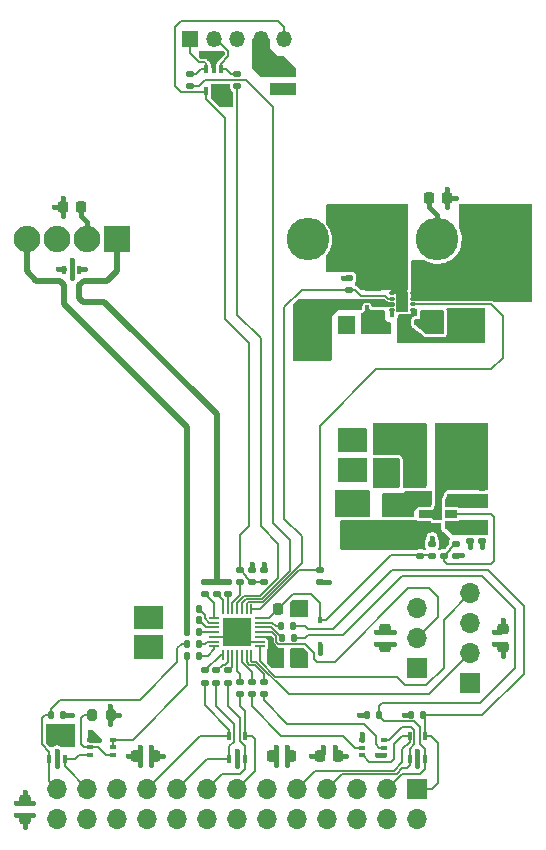
<source format=gtl>
%TF.GenerationSoftware,KiCad,Pcbnew,6.0.11-3.fc37*%
%TF.CreationDate,2023-08-14T12:31:00+01:00*%
%TF.ProjectId,kitchen-led-strips,6b697463-6865-46e2-9d6c-65642d737472,1.0*%
%TF.SameCoordinates,Original*%
%TF.FileFunction,Copper,L1,Top*%
%TF.FilePolarity,Positive*%
%FSLAX46Y46*%
G04 Gerber Fmt 4.6, Leading zero omitted, Abs format (unit mm)*
G04 Created by KiCad (PCBNEW 6.0.11-3.fc37) date 2023-08-14 12:31:00*
%MOMM*%
%LPD*%
G01*
G04 APERTURE LIST*
G04 Aperture macros list*
%AMRoundRect*
0 Rectangle with rounded corners*
0 $1 Rounding radius*
0 $2 $3 $4 $5 $6 $7 $8 $9 X,Y pos of 4 corners*
0 Add a 4 corners polygon primitive as box body*
4,1,4,$2,$3,$4,$5,$6,$7,$8,$9,$2,$3,0*
0 Add four circle primitives for the rounded corners*
1,1,$1+$1,$2,$3*
1,1,$1+$1,$4,$5*
1,1,$1+$1,$6,$7*
1,1,$1+$1,$8,$9*
0 Add four rect primitives between the rounded corners*
20,1,$1+$1,$2,$3,$4,$5,0*
20,1,$1+$1,$4,$5,$6,$7,0*
20,1,$1+$1,$6,$7,$8,$9,0*
20,1,$1+$1,$8,$9,$2,$3,0*%
G04 Aperture macros list end*
%TA.AperFunction,SMDPad,CuDef*%
%ADD10RoundRect,0.135000X0.185000X-0.135000X0.185000X0.135000X-0.185000X0.135000X-0.185000X-0.135000X0*%
%TD*%
%TA.AperFunction,SMDPad,CuDef*%
%ADD11RoundRect,0.050000X-0.362500X-0.050000X0.362500X-0.050000X0.362500X0.050000X-0.362500X0.050000X0*%
%TD*%
%TA.AperFunction,SMDPad,CuDef*%
%ADD12RoundRect,0.050000X-0.050000X-0.362500X0.050000X-0.362500X0.050000X0.362500X-0.050000X0.362500X0*%
%TD*%
%TA.AperFunction,ComponentPad*%
%ADD13C,0.500000*%
%TD*%
%TA.AperFunction,SMDPad,CuDef*%
%ADD14R,2.350000X2.350000*%
%TD*%
%TA.AperFunction,ComponentPad*%
%ADD15R,3.600000X3.600000*%
%TD*%
%TA.AperFunction,ComponentPad*%
%ADD16O,3.600000X3.600000*%
%TD*%
%TA.AperFunction,ComponentPad*%
%ADD17R,1.700000X1.700000*%
%TD*%
%TA.AperFunction,ComponentPad*%
%ADD18O,1.700000X1.700000*%
%TD*%
%TA.AperFunction,SMDPad,CuDef*%
%ADD19RoundRect,0.135000X0.135000X0.185000X-0.135000X0.185000X-0.135000X-0.185000X0.135000X-0.185000X0*%
%TD*%
%TA.AperFunction,SMDPad,CuDef*%
%ADD20RoundRect,0.250000X-0.650000X0.325000X-0.650000X-0.325000X0.650000X-0.325000X0.650000X0.325000X0*%
%TD*%
%TA.AperFunction,SMDPad,CuDef*%
%ADD21RoundRect,0.135000X-0.185000X0.135000X-0.185000X-0.135000X0.185000X-0.135000X0.185000X0.135000X0*%
%TD*%
%TA.AperFunction,SMDPad,CuDef*%
%ADD22R,0.400000X0.650000*%
%TD*%
%TA.AperFunction,SMDPad,CuDef*%
%ADD23R,0.600000X0.420000*%
%TD*%
%TA.AperFunction,SMDPad,CuDef*%
%ADD24RoundRect,0.225000X0.225000X0.250000X-0.225000X0.250000X-0.225000X-0.250000X0.225000X-0.250000X0*%
%TD*%
%TA.AperFunction,SMDPad,CuDef*%
%ADD25RoundRect,0.321250X-0.413750X0.321250X-0.413750X-0.321250X0.413750X-0.321250X0.413750X0.321250X0*%
%TD*%
%TA.AperFunction,SMDPad,CuDef*%
%ADD26R,0.450000X0.600000*%
%TD*%
%TA.AperFunction,SMDPad,CuDef*%
%ADD27RoundRect,0.225000X-0.225000X-0.250000X0.225000X-0.250000X0.225000X0.250000X-0.225000X0.250000X0*%
%TD*%
%TA.AperFunction,SMDPad,CuDef*%
%ADD28RoundRect,0.135000X-0.135000X-0.185000X0.135000X-0.185000X0.135000X0.185000X-0.135000X0.185000X0*%
%TD*%
%TA.AperFunction,SMDPad,CuDef*%
%ADD29RoundRect,0.185000X0.740000X2.565000X-0.740000X2.565000X-0.740000X-2.565000X0.740000X-2.565000X0*%
%TD*%
%TA.AperFunction,ComponentPad*%
%ADD30R,1.350000X1.350000*%
%TD*%
%TA.AperFunction,ComponentPad*%
%ADD31O,1.350000X1.350000*%
%TD*%
%TA.AperFunction,SMDPad,CuDef*%
%ADD32RoundRect,0.225000X0.250000X-0.225000X0.250000X0.225000X-0.250000X0.225000X-0.250000X-0.225000X0*%
%TD*%
%TA.AperFunction,SMDPad,CuDef*%
%ADD33RoundRect,0.225000X-0.250000X0.225000X-0.250000X-0.225000X0.250000X-0.225000X0.250000X0.225000X0*%
%TD*%
%TA.AperFunction,SMDPad,CuDef*%
%ADD34RoundRect,0.200000X-0.200000X-0.275000X0.200000X-0.275000X0.200000X0.275000X-0.200000X0.275000X0*%
%TD*%
%TA.AperFunction,SMDPad,CuDef*%
%ADD35RoundRect,0.140000X0.170000X-0.140000X0.170000X0.140000X-0.170000X0.140000X-0.170000X-0.140000X0*%
%TD*%
%TA.AperFunction,SMDPad,CuDef*%
%ADD36R,1.000000X0.700000*%
%TD*%
%TA.AperFunction,SMDPad,CuDef*%
%ADD37RoundRect,0.250000X1.075000X-0.312500X1.075000X0.312500X-1.075000X0.312500X-1.075000X-0.312500X0*%
%TD*%
%TA.AperFunction,ComponentPad*%
%ADD38R,2.250000X2.250000*%
%TD*%
%TA.AperFunction,ComponentPad*%
%ADD39O,2.250000X2.250000*%
%TD*%
%TA.AperFunction,SMDPad,CuDef*%
%ADD40RoundRect,0.250000X0.650000X-0.325000X0.650000X0.325000X-0.650000X0.325000X-0.650000X-0.325000X0*%
%TD*%
%TA.AperFunction,SMDPad,CuDef*%
%ADD41RoundRect,0.087500X-0.152500X-0.087500X0.152500X-0.087500X0.152500X0.087500X-0.152500X0.087500X0*%
%TD*%
%TA.AperFunction,SMDPad,CuDef*%
%ADD42RoundRect,0.095000X-0.095000X-0.155000X0.095000X-0.155000X0.095000X0.155000X-0.095000X0.155000X0*%
%TD*%
%TA.AperFunction,SMDPad,CuDef*%
%ADD43R,1.020000X1.660000*%
%TD*%
%TA.AperFunction,ViaPad*%
%ADD44C,0.450000*%
%TD*%
%TA.AperFunction,Conductor*%
%ADD45C,0.127000*%
%TD*%
%TA.AperFunction,Conductor*%
%ADD46C,0.350000*%
%TD*%
%TA.AperFunction,Conductor*%
%ADD47C,0.300000*%
%TD*%
%TA.AperFunction,Conductor*%
%ADD48C,0.200000*%
%TD*%
%TA.AperFunction,Conductor*%
%ADD49C,0.400000*%
%TD*%
%TA.AperFunction,Conductor*%
%ADD50C,0.450000*%
%TD*%
%TA.AperFunction,Conductor*%
%ADD51C,0.519700*%
%TD*%
G04 APERTURE END LIST*
D10*
%TO.P,R14,1*%
%TO.N,Net-(R14-Pad1)*%
X199260000Y-151760000D03*
%TO.P,R14,2*%
%TO.N,/LED_{D0}*%
X199260000Y-150740000D03*
%TD*%
%TO.P,R26,1*%
%TO.N,/GPIO_{2}*%
X199250000Y-159260000D03*
%TO.P,R26,2*%
%TO.N,Net-(R26-Pad2)*%
X199250000Y-158240000D03*
%TD*%
D11*
%TO.P,U3,1,CLC1OUT*%
%TO.N,Net-(R16-Pad1)*%
X198062500Y-153800000D03*
%TO.P,U3,2,CLC1OUT*%
%TO.N,Net-(R17-Pad1)*%
X198062500Y-154200000D03*
%TO.P,U3,3,CLC1OUT*%
%TO.N,Net-(R18-Pad1)*%
X198062500Y-154600000D03*
%TO.P,U3,4,CLC1OUT*%
%TO.N,Net-(R19-Pad1)*%
X198062500Y-155000000D03*
%TO.P,U3,5,V_{SS}*%
%TO.N,GND*%
X198062500Y-155400000D03*
%TO.P,U3,6,RA7*%
%TO.N,Net-(R31-Pad1)*%
X198062500Y-155800000D03*
%TO.P,U3,7,RA6*%
%TO.N,Net-(R24-Pad2)*%
X198062500Y-156200000D03*
D12*
%TO.P,U3,8,RC0*%
%TO.N,Net-(R28-Pad2)*%
X198800000Y-156937500D03*
%TO.P,U3,9,RC1*%
%TO.N,Net-(R27-Pad2)*%
X199200000Y-156937500D03*
%TO.P,U3,10,RC2*%
%TO.N,Net-(R26-Pad2)*%
X199600000Y-156937500D03*
%TO.P,U3,11,RC3*%
%TO.N,Net-(R25-Pad2)*%
X200000000Y-156937500D03*
%TO.P,U3,12,RC4*%
%TO.N,Net-(R30-Pad1)*%
X200400000Y-156937500D03*
%TO.P,U3,13,RC5*%
%TO.N,Net-(R29-Pad1)*%
X200800000Y-156937500D03*
%TO.P,U3,14,RC6*%
%TO.N,/DEBUG_{1}*%
X201200000Y-156937500D03*
D11*
%TO.P,U3,15,RC7*%
%TO.N,/DEBUG_{2}*%
X201937500Y-156200000D03*
%TO.P,U3,16,V_{SS}*%
%TO.N,GND*%
X201937500Y-155800000D03*
%TO.P,U3,17,V_{DD}*%
%TO.N,+5Vdc*%
X201937500Y-155400000D03*
%TO.P,U3,18,RB0*%
%TO.N,/DEBUG_{0}*%
X201937500Y-155000000D03*
%TO.P,U3,19,SCL2*%
%TO.N,Net-(R21-Pad2)*%
X201937500Y-154600000D03*
%TO.P,U3,20,SDA2*%
%TO.N,Net-(R20-Pad2)*%
X201937500Y-154200000D03*
%TO.P,U3,21,ANB3*%
%TO.N,/VIN_{MON}*%
X201937500Y-153800000D03*
D12*
%TO.P,U3,22,RB4*%
%TO.N,/VLED_{PG}*%
X201200000Y-153062500D03*
%TO.P,U3,23,RB5*%
%TO.N,/VLED_{EN}*%
X200800000Y-153062500D03*
%TO.P,U3,24,ICSPCLK*%
%TO.N,Net-(R9-Pad1)*%
X200400000Y-153062500D03*
%TO.P,U3,25,ICSPDAT*%
%TO.N,Net-(R10-Pad1)*%
X200000000Y-153062500D03*
%TO.P,U3,26,~{MCLR}*%
%TO.N,Net-(R12-Pad2)*%
X199600000Y-153062500D03*
%TO.P,U3,27,CLC1OUT*%
%TO.N,Net-(R14-Pad1)*%
X199200000Y-153062500D03*
%TO.P,U3,28,CLC1OUT*%
%TO.N,Net-(R15-Pad1)*%
X198800000Y-153062500D03*
D13*
%TO.P,U3,29,V_{SS}*%
%TO.N,GND*%
X199075000Y-155000000D03*
X200925000Y-155925000D03*
X200925000Y-154075000D03*
X200925000Y-155000000D03*
X199075000Y-155925000D03*
X199075000Y-154075000D03*
X200000000Y-155925000D03*
X200000000Y-154075000D03*
X200000000Y-155000000D03*
D14*
X200000000Y-155000000D03*
%TD*%
D15*
%TO.P,CONN1,1,P1*%
%TO.N,Net-(C1-Pad1)*%
X211040000Y-121750000D03*
D16*
%TO.P,CONN1,2,P2_PWROUT*%
%TO.N,GND*%
X205960000Y-121750000D03*
%TD*%
D17*
%TO.P,CONN5,1,P1*%
%TO.N,/I^{2}C_SDA*%
X215240000Y-168250000D03*
D18*
%TO.P,CONN5,2,P2*%
%TO.N,GND*%
X215240000Y-170790000D03*
%TO.P,CONN5,3,P3*%
%TO.N,/I^{2}C_SCL*%
X212700000Y-168250000D03*
%TO.P,CONN5,4,P4*%
%TO.N,GND*%
X212700000Y-170790000D03*
%TO.P,CONN5,5,P5*%
%TO.N,+5Vdc*%
X210160000Y-168250000D03*
%TO.P,CONN5,6,P6*%
%TO.N,GND*%
X210160000Y-170790000D03*
%TO.P,CONN5,7,P7*%
%TO.N,/GPOC_{1}*%
X207620000Y-168250000D03*
%TO.P,CONN5,8,P8*%
%TO.N,GND*%
X207620000Y-170790000D03*
%TO.P,CONN5,9,P9*%
%TO.N,/GPOC_{0}*%
X205080000Y-168250000D03*
%TO.P,CONN5,10,P10*%
%TO.N,GND*%
X205080000Y-170790000D03*
%TO.P,CONN5,11,P11*%
%TO.N,+5Vdc*%
X202540000Y-168250000D03*
%TO.P,CONN5,12,P12*%
%TO.N,GND*%
X202540000Y-170790000D03*
%TO.P,CONN5,13,P13*%
%TO.N,/GPIO_{3}*%
X200000000Y-168250000D03*
%TO.P,CONN5,14,P14*%
%TO.N,GND*%
X200000000Y-170790000D03*
%TO.P,CONN5,15,P15*%
%TO.N,/GPIO_{2}*%
X197460000Y-168250000D03*
%TO.P,CONN5,16,P16*%
%TO.N,GND*%
X197460000Y-170790000D03*
%TO.P,CONN5,17,P17*%
%TO.N,/GPIO_{1}*%
X194920000Y-168250000D03*
%TO.P,CONN5,18,P18*%
%TO.N,GND*%
X194920000Y-170790000D03*
%TO.P,CONN5,19,P19*%
%TO.N,/GPIO_{0}*%
X192380000Y-168250000D03*
%TO.P,CONN5,20,P20*%
%TO.N,GND*%
X192380000Y-170790000D03*
%TO.P,CONN5,21,P21*%
%TO.N,+5Vdc*%
X189840000Y-168250000D03*
%TO.P,CONN5,22,P22*%
%TO.N,GND*%
X189840000Y-170790000D03*
%TO.P,CONN5,23,P23*%
%TO.N,/IR_LED*%
X187300000Y-168250000D03*
%TO.P,CONN5,24,P24*%
%TO.N,GND*%
X187300000Y-170790000D03*
%TO.P,CONN5,25,P25*%
%TO.N,/IR_REC*%
X184760000Y-168250000D03*
%TO.P,CONN5,26,P26*%
%TO.N,+5Vdc*%
X184760000Y-170790000D03*
%TD*%
D10*
%TO.P,R1,1*%
%TO.N,/VLED_{EN}*%
X209500000Y-126010000D03*
%TO.P,R1,2*%
%TO.N,GND*%
X209500000Y-124990000D03*
%TD*%
%TO.P,R28,1*%
%TO.N,/GPIO_{0}*%
X197250000Y-159260000D03*
%TO.P,R28,2*%
%TO.N,Net-(R28-Pad2)*%
X197250000Y-158240000D03*
%TD*%
D19*
%TO.P,R21,1*%
%TO.N,/I^{2}C_SCL*%
X204780000Y-155500000D03*
%TO.P,R21,2*%
%TO.N,Net-(R21-Pad2)*%
X203760000Y-155500000D03*
%TD*%
D17*
%TO.P,CONN7,1,P1*%
%TO.N,+5Vdc*%
X219750000Y-159310000D03*
D18*
%TO.P,CONN7,2,P2*%
%TO.N,/DEBUG_{1}*%
X219750000Y-156770000D03*
%TO.P,CONN7,3,P3*%
%TO.N,GND*%
X219750000Y-154230000D03*
%TO.P,CONN7,4,P4*%
%TO.N,/DEBUG_{2}*%
X219750000Y-151690000D03*
%TD*%
D20*
%TO.P,C9,1*%
%TO.N,+5Vdc*%
X209750000Y-138525000D03*
%TO.P,C9,2*%
%TO.N,GND*%
X209750000Y-141475000D03*
%TD*%
D21*
%TO.P,R11,1*%
%TO.N,+5Vdc*%
X201250000Y-149740000D03*
%TO.P,R11,2*%
%TO.N,/~{MCU_MCLR}*%
X201250000Y-150760000D03*
%TD*%
D22*
%TO.P,D5,1,K*%
%TO.N,/IR_REC*%
X184100000Y-165700000D03*
%TO.P,D5,2,A*%
%TO.N,GND*%
X184750000Y-165700000D03*
%TO.P,D5,3,K*%
%TO.N,/IR_LED*%
X185400000Y-165700000D03*
%TO.P,D5,4,K*%
%TO.N,+5Vdc*%
X185400000Y-163800000D03*
%TO.P,D5,5,K*%
X184100000Y-163800000D03*
%TD*%
D23*
%TO.P,Q1,1,E*%
%TO.N,GND*%
X210550000Y-164120000D03*
%TO.P,Q1,2,B*%
%TO.N,Net-(Q1-Pad2)*%
X210550000Y-164770000D03*
%TO.P,Q1,3,C*%
%TO.N,/GPOC_{0}*%
X210550000Y-165420000D03*
%TO.P,Q1,4,E*%
%TO.N,GND*%
X212450000Y-165420000D03*
%TO.P,Q1,5,B*%
%TO.N,Net-(Q1-Pad5)*%
X212450000Y-164770000D03*
%TO.P,Q1,6,C*%
%TO.N,/GPOC_{1}*%
X212450000Y-164120000D03*
%TD*%
D21*
%TO.P,R8,1*%
%TO.N,Net-(R7-Pad2)*%
X220750000Y-146240000D03*
%TO.P,R8,2*%
%TO.N,GND*%
X220750000Y-147260000D03*
%TD*%
D24*
%TO.P,C17,1*%
%TO.N,+5Vdc*%
X208525000Y-165500000D03*
%TO.P,C17,2*%
%TO.N,GND*%
X206975000Y-165500000D03*
%TD*%
D25*
%TO.P,FB1,1,P1_PWRIN*%
%TO.N,Net-(C1-Pad1)*%
X209750000Y-144527500D03*
%TO.P,FB1,2,P2_PWROUT*%
%TO.N,+12V_{dc}*%
X209750000Y-146472500D03*
%TD*%
D26*
%TO.P,D3,1,K*%
%TO.N,+5Vdc*%
X207000000Y-156050000D03*
%TO.P,D3,2,A*%
%TO.N,/VIN_{MON}*%
X207000000Y-153950000D03*
%TD*%
D27*
%TO.P,C15,1*%
%TO.N,+5Vdc*%
X191475000Y-165500000D03*
%TO.P,C15,2*%
%TO.N,GND*%
X193025000Y-165500000D03*
%TD*%
D10*
%TO.P,R9,1*%
%TO.N,Net-(R9-Pad1)*%
X196000000Y-108760000D03*
%TO.P,R9,2*%
%TO.N,/MCU_ICSP_{CLK}*%
X196000000Y-107740000D03*
%TD*%
D27*
%TO.P,C16,1*%
%TO.N,+5Vdc*%
X202975000Y-165500000D03*
%TO.P,C16,2*%
%TO.N,GND*%
X204525000Y-165500000D03*
%TD*%
D19*
%TO.P,R20,1*%
%TO.N,/I^{2}C_SDA*%
X204770000Y-154500000D03*
%TO.P,R20,2*%
%TO.N,Net-(R20-Pad2)*%
X203750000Y-154500000D03*
%TD*%
D22*
%TO.P,D2,1,K*%
%TO.N,/MCU_ICSP_{DAT}*%
X198650000Y-107300000D03*
%TO.P,D2,2,A*%
%TO.N,GND*%
X198000000Y-107300000D03*
%TO.P,D2,3,K*%
%TO.N,/MCU_ICSP_{CLK}*%
X197350000Y-107300000D03*
%TO.P,D2,4,K*%
%TO.N,/~{MCU_MCLR}*%
X197350000Y-109200000D03*
%TO.P,D2,5,K*%
%TO.N,+5Vdc*%
X198650000Y-109200000D03*
%TD*%
D28*
%TO.P,R22,1*%
%TO.N,+5Vdc*%
X214740000Y-162000000D03*
%TO.P,R22,2*%
%TO.N,/I^{2}C_SDA*%
X215760000Y-162000000D03*
%TD*%
D10*
%TO.P,R4,1*%
%TO.N,/VIN_{MON}*%
X216500000Y-148510000D03*
%TO.P,R4,2*%
%TO.N,GND*%
X216500000Y-147490000D03*
%TD*%
D28*
%TO.P,R24,1*%
%TO.N,Net-(Q2-Pad5)*%
X195740000Y-157000000D03*
%TO.P,R24,2*%
%TO.N,Net-(R24-Pad2)*%
X196760000Y-157000000D03*
%TD*%
D15*
%TO.P,CONN2,1,P1*%
%TO.N,/VLED*%
X222040000Y-121750000D03*
D16*
%TO.P,CONN2,2,P2*%
%TO.N,Net-(C4-Pad1)*%
X216960000Y-121750000D03*
%TD*%
D29*
%TO.P,L1,1,P1*%
%TO.N,Net-(C7-Pad2)*%
X218825000Y-140000000D03*
%TO.P,L1,2,P2_PWROUT*%
%TO.N,+5Vdc*%
X215175000Y-140000000D03*
%TD*%
D10*
%TO.P,R15,1*%
%TO.N,Net-(R15-Pad1)*%
X198260000Y-151760000D03*
%TO.P,R15,2*%
%TO.N,/LED_{D0}*%
X198260000Y-150740000D03*
%TD*%
D24*
%TO.P,C5,1*%
%TO.N,Net-(C5-Pad1)*%
X186775000Y-119000000D03*
%TO.P,C5,2*%
%TO.N,GND*%
X185225000Y-119000000D03*
%TD*%
D30*
%TO.P,CONN4,1,P1*%
%TO.N,/MCU_ICSP_{CLK}*%
X196000000Y-104750000D03*
D31*
%TO.P,CONN4,2,P2*%
%TO.N,/MCU_ICSP_{DAT}*%
X198000000Y-104750000D03*
%TO.P,CONN4,3,P3*%
%TO.N,GND*%
X200000000Y-104750000D03*
%TO.P,CONN4,4,P4*%
%TO.N,+5Vdc*%
X202000000Y-104750000D03*
%TO.P,CONN4,5,P5*%
%TO.N,/~{MCU_MCLR}*%
X204000000Y-104750000D03*
%TD*%
D19*
%TO.P,R17,1*%
%TO.N,Net-(R17-Pad1)*%
X196760000Y-153000000D03*
%TO.P,R17,2*%
%TO.N,/LED_{D1}*%
X195740000Y-153000000D03*
%TD*%
%TO.P,R32,1*%
%TO.N,+5Vdc*%
X185260000Y-162000000D03*
%TO.P,R32,2*%
%TO.N,/IR_REC*%
X184240000Y-162000000D03*
%TD*%
D32*
%TO.P,C20,1*%
%TO.N,+5Vdc*%
X222500000Y-156275000D03*
%TO.P,C20,2*%
%TO.N,GND*%
X222500000Y-154725000D03*
%TD*%
D10*
%TO.P,R13,2*%
%TO.N,/VLED_{PG}*%
X207000000Y-149740000D03*
%TO.P,R13,1*%
%TO.N,+5Vdc*%
X207000000Y-150760000D03*
%TD*%
D21*
%TO.P,R30,1*%
%TO.N,Net-(R30-Pad1)*%
X201250000Y-159240000D03*
%TO.P,R30,2*%
%TO.N,Net-(Q1-Pad2)*%
X201250000Y-160260000D03*
%TD*%
D27*
%TO.P,C13,1*%
%TO.N,/VIN_{MON}*%
X203485000Y-153000000D03*
%TO.P,C13,2*%
%TO.N,GND*%
X205035000Y-153000000D03*
%TD*%
%TO.P,C14,1*%
%TO.N,+5Vdc*%
X203485000Y-157000000D03*
%TO.P,C14,2*%
%TO.N,GND*%
X205035000Y-157000000D03*
%TD*%
D20*
%TO.P,C10,1*%
%TO.N,+5Vdc*%
X192500000Y-153525000D03*
%TO.P,C10,2*%
%TO.N,GND*%
X192500000Y-156475000D03*
%TD*%
%TO.P,C8,1*%
%TO.N,+5Vdc*%
X212750000Y-138525000D03*
%TO.P,C8,2*%
%TO.N,GND*%
X212750000Y-141475000D03*
%TD*%
D22*
%TO.P,D6,1,K*%
%TO.N,/GPOC_{1}*%
X214600000Y-165700000D03*
%TO.P,D6,2,A*%
%TO.N,GND*%
X215250000Y-165700000D03*
%TO.P,D6,3,K*%
%TO.N,/I^{2}C_SCL*%
X215900000Y-165700000D03*
%TO.P,D6,4,K*%
%TO.N,/I^{2}C_SDA*%
X215900000Y-163800000D03*
%TO.P,D6,5,K*%
%TO.N,/GPOC_{0}*%
X214600000Y-163800000D03*
%TD*%
D10*
%TO.P,R7,1*%
%TO.N,+5Vdc*%
X219750000Y-147260000D03*
%TO.P,R7,2*%
%TO.N,Net-(R7-Pad2)*%
X219750000Y-146240000D03*
%TD*%
D33*
%TO.P,C11,1*%
%TO.N,+5Vdc*%
X203910000Y-107475000D03*
%TO.P,C11,2*%
%TO.N,GND*%
X203910000Y-109025000D03*
%TD*%
%TO.P,C19,1*%
%TO.N,+5Vdc*%
X212500000Y-154725000D03*
%TO.P,C19,2*%
%TO.N,GND*%
X212500000Y-156275000D03*
%TD*%
D10*
%TO.P,R25,1*%
%TO.N,/GPIO_{3}*%
X200250000Y-160260000D03*
%TO.P,R25,2*%
%TO.N,Net-(R25-Pad2)*%
X200250000Y-159240000D03*
%TD*%
D27*
%TO.P,C4,1*%
%TO.N,Net-(C4-Pad1)*%
X216225000Y-118250000D03*
%TO.P,C4,2*%
%TO.N,GND*%
X217775000Y-118250000D03*
%TD*%
D33*
%TO.P,C2,1*%
%TO.N,+5Vdc*%
X209500000Y-127225000D03*
%TO.P,C2,2*%
%TO.N,GND*%
X209500000Y-128775000D03*
%TD*%
D34*
%TO.P,R33,1*%
%TO.N,Net-(Q2-Pad2)*%
X187675000Y-162000000D03*
%TO.P,R33,2*%
%TO.N,GND*%
X189325000Y-162000000D03*
%TD*%
D21*
%TO.P,R3,1*%
%TO.N,+12V_{dc}*%
X215500000Y-147490000D03*
%TO.P,R3,2*%
%TO.N,/VIN_{MON}*%
X215500000Y-148510000D03*
%TD*%
%TO.P,R5,1*%
%TO.N,+12V_{dc}*%
X217500000Y-147490000D03*
%TO.P,R5,2*%
%TO.N,Net-(R5-Pad2)*%
X217500000Y-148510000D03*
%TD*%
D32*
%TO.P,C18,1*%
%TO.N,+5Vdc*%
X182000000Y-170775000D03*
%TO.P,C18,2*%
%TO.N,GND*%
X182000000Y-169225000D03*
%TD*%
D35*
%TO.P,C12,1*%
%TO.N,/~{MCU_MCLR}*%
X202250000Y-150730000D03*
%TO.P,C12,2*%
%TO.N,GND*%
X202250000Y-149770000D03*
%TD*%
D23*
%TO.P,Q2,1,E*%
%TO.N,GND*%
X187550000Y-164100000D03*
%TO.P,Q2,2,B*%
%TO.N,Net-(Q2-Pad2)*%
X187550000Y-164750000D03*
%TO.P,Q2,3,C*%
%TO.N,/IR_LED*%
X187550000Y-165400000D03*
%TO.P,Q2,4,E*%
%TO.N,Net-(Q2-Pad2)*%
X189450000Y-165400000D03*
%TO.P,Q2,5,B*%
%TO.N,Net-(Q2-Pad5)*%
X189450000Y-164750000D03*
%TO.P,Q2,6,C*%
X189450000Y-164100000D03*
%TD*%
D22*
%TO.P,D4,1,K*%
%TO.N,/GPIO_{1}*%
X199350000Y-165700000D03*
%TO.P,D4,2,A*%
%TO.N,GND*%
X200000000Y-165700000D03*
%TO.P,D4,3,K*%
%TO.N,/GPIO_{2}*%
X200650000Y-165700000D03*
%TO.P,D4,4,K*%
%TO.N,/GPIO_{3}*%
X200650000Y-163800000D03*
%TO.P,D4,5,K*%
%TO.N,/GPIO_{0}*%
X199350000Y-163800000D03*
%TD*%
D10*
%TO.P,R27,1*%
%TO.N,/GPIO_{1}*%
X198250000Y-159260000D03*
%TO.P,R27,2*%
%TO.N,Net-(R27-Pad2)*%
X198250000Y-158240000D03*
%TD*%
D22*
%TO.P,D1,1,K*%
%TO.N,+5Vdc*%
X186650000Y-124300000D03*
%TO.P,D1,2,A*%
%TO.N,GND*%
X186000000Y-124300000D03*
%TO.P,D1,3,K*%
%TO.N,+5Vdc*%
X185350000Y-124300000D03*
%TO.P,D1,4,K*%
%TO.N,/LED_{D1}*%
X185350000Y-126200000D03*
%TO.P,D1,5,K*%
%TO.N,/LED_{D0}*%
X186650000Y-126200000D03*
%TD*%
D20*
%TO.P,C3,1*%
%TO.N,/VLED*%
X216500000Y-125525000D03*
%TO.P,C3,2*%
%TO.N,GND*%
X216500000Y-128475000D03*
%TD*%
D10*
%TO.P,R10,1*%
%TO.N,Net-(R10-Pad1)*%
X200000000Y-108760000D03*
%TO.P,R10,2*%
%TO.N,/MCU_ICSP_{DAT}*%
X200000000Y-107740000D03*
%TD*%
D19*
%TO.P,R19,1*%
%TO.N,Net-(R19-Pad1)*%
X196760000Y-155000000D03*
%TO.P,R19,2*%
%TO.N,/LED_{D1}*%
X195740000Y-155000000D03*
%TD*%
D36*
%TO.P,U2,1,GND*%
%TO.N,GND*%
X215900000Y-144050000D03*
%TO.P,U2,2,SW*%
%TO.N,Net-(C7-Pad2)*%
X215900000Y-145000000D03*
%TO.P,U2,3,VIN*%
%TO.N,+12V_{dc}*%
X215900000Y-145950000D03*
%TO.P,U2,4,FB*%
%TO.N,Net-(R7-Pad2)*%
X218100000Y-145950000D03*
%TO.P,U2,5,EN*%
%TO.N,Net-(R5-Pad2)*%
X218100000Y-145000000D03*
%TO.P,U2,6,BST*%
%TO.N,Net-(C7-Pad1)*%
X218100000Y-144050000D03*
%TD*%
D20*
%TO.P,C1,1*%
%TO.N,Net-(C1-Pad1)*%
X211500000Y-125525000D03*
%TO.P,C1,2*%
%TO.N,GND*%
X211500000Y-128475000D03*
%TD*%
D37*
%TO.P,R2,1*%
%TO.N,Net-(R2-Pad1)*%
X219250000Y-128462500D03*
%TO.P,R2,2*%
%TO.N,/VLED*%
X219250000Y-125537500D03*
%TD*%
D38*
%TO.P,CONN3,1,P1*%
%TO.N,/LED_{D0}*%
X189810000Y-121750000D03*
D39*
%TO.P,CONN3,2,P2*%
%TO.N,Net-(C5-Pad1)*%
X187270000Y-121750000D03*
%TO.P,CONN3,3,P3*%
%TO.N,GND*%
X184730000Y-121750000D03*
%TO.P,CONN3,4,P4*%
%TO.N,/LED_{D1}*%
X182190000Y-121750000D03*
%TD*%
D10*
%TO.P,R16,1*%
%TO.N,Net-(R16-Pad1)*%
X197260000Y-151760000D03*
%TO.P,R16,2*%
%TO.N,/LED_{D0}*%
X197260000Y-150740000D03*
%TD*%
D21*
%TO.P,R29,1*%
%TO.N,Net-(R29-Pad1)*%
X202250000Y-159240000D03*
%TO.P,R29,2*%
%TO.N,Net-(Q1-Pad5)*%
X202250000Y-160260000D03*
%TD*%
D40*
%TO.P,C6,1*%
%TO.N,+12V_{dc}*%
X213750000Y-146975000D03*
%TO.P,C6,2*%
%TO.N,GND*%
X213750000Y-144025000D03*
%TD*%
D19*
%TO.P,R31,1*%
%TO.N,Net-(R31-Pad1)*%
X196760000Y-156000000D03*
%TO.P,R31,2*%
%TO.N,/IR_REC*%
X195740000Y-156000000D03*
%TD*%
D28*
%TO.P,R23,1*%
%TO.N,+5Vdc*%
X210990000Y-162000000D03*
%TO.P,R23,2*%
%TO.N,/I^{2}C_SCL*%
X212010000Y-162000000D03*
%TD*%
D35*
%TO.P,C7,1*%
%TO.N,Net-(C7-Pad1)*%
X220750000Y-143730000D03*
%TO.P,C7,2*%
%TO.N,Net-(C7-Pad2)*%
X220750000Y-142770000D03*
%TD*%
D17*
%TO.P,CONN6,1,P1*%
%TO.N,+5Vdc*%
X215250000Y-158040000D03*
D18*
%TO.P,CONN6,2,P2*%
%TO.N,/DEBUG_{0}*%
X215250000Y-155500000D03*
%TO.P,CONN6,3,P3*%
%TO.N,GND*%
X215250000Y-152960000D03*
%TD*%
D21*
%TO.P,R6,1*%
%TO.N,Net-(R5-Pad2)*%
X218500000Y-147490000D03*
%TO.P,R6,2*%
%TO.N,GND*%
X218500000Y-148510000D03*
%TD*%
D41*
%TO.P,U1,1,V_{IN}*%
%TO.N,Net-(C1-Pad1)*%
X213090000Y-126250000D03*
%TO.P,U1,2,EN*%
%TO.N,/VLED_{EN}*%
X213090000Y-126750000D03*
%TO.P,U1,3,V_{CC}*%
%TO.N,+5Vdc*%
X213090000Y-127250000D03*
%TO.P,U1,4,GND*%
%TO.N,GND*%
X213090000Y-127750000D03*
%TO.P,U1,5,BLEED*%
%TO.N,Net-(R2-Pad1)*%
X214910000Y-127750000D03*
%TO.P,U1,6,PG*%
%TO.N,/VLED_{PG}*%
X214910000Y-127250000D03*
%TO.P,U1,7,V_{OUT}*%
%TO.N,/VLED*%
X214910000Y-126750000D03*
D42*
X214860000Y-126500000D03*
D41*
%TO.P,U1,8,V_{OUT}*%
X214910000Y-126250000D03*
D43*
%TO.P,U1,9,V_{IN}*%
%TO.N,Net-(C1-Pad1)*%
X214000000Y-127000000D03*
%TD*%
D21*
%TO.P,R12,1*%
%TO.N,/~{MCU_MCLR}*%
X200260000Y-149740000D03*
%TO.P,R12,2*%
%TO.N,Net-(R12-Pad2)*%
X200260000Y-150760000D03*
%TD*%
D19*
%TO.P,R18,1*%
%TO.N,Net-(R18-Pad1)*%
X196770000Y-154000000D03*
%TO.P,R18,2*%
%TO.N,/LED_{D1}*%
X195750000Y-154000000D03*
%TD*%
D44*
%TO.N,Net-(C1-Pad1)*%
X208750000Y-143750000D03*
X208650000Y-144750000D03*
X209750000Y-143500000D03*
X210850000Y-144750000D03*
X210750000Y-143750000D03*
%TO.N,GND*%
X208950000Y-125000000D03*
X202250000Y-149250000D03*
X198750000Y-106000000D03*
X191500000Y-155500000D03*
X192750000Y-164750000D03*
X200000000Y-165050000D03*
X206250000Y-165500000D03*
X213250000Y-142400000D03*
X193750000Y-165500000D03*
X192750000Y-166250000D03*
X186000000Y-125000000D03*
X208750000Y-128500000D03*
X213750000Y-144900000D03*
X184500000Y-119000000D03*
X197950000Y-106500000D03*
X212250000Y-142400000D03*
X210750000Y-140500000D03*
X182750000Y-169500000D03*
X212750000Y-129000000D03*
X212500000Y-143750000D03*
X209750000Y-140500000D03*
X205750000Y-153500000D03*
X211950000Y-129500000D03*
X219050000Y-148500000D03*
X217750000Y-117500000D03*
X204250000Y-164750000D03*
X218500000Y-118250000D03*
X215250000Y-166350000D03*
X205750000Y-157750000D03*
X222500000Y-154000000D03*
X189250000Y-162750000D03*
X184750000Y-166350000D03*
X189250000Y-161250000D03*
X221750000Y-155000000D03*
X211000000Y-127500000D03*
X212500000Y-144900000D03*
X216000000Y-143350000D03*
X216250000Y-129500000D03*
X209500000Y-129500000D03*
X205750000Y-152500000D03*
X197100000Y-106100000D03*
X193500000Y-155500000D03*
X192500000Y-155500000D03*
X217250000Y-129500000D03*
X182000000Y-168500000D03*
X211750000Y-156000000D03*
X204250000Y-166250000D03*
X220750000Y-147750000D03*
X211850000Y-165420000D03*
X208750000Y-140500000D03*
X207250000Y-164750000D03*
X204760000Y-157750000D03*
X203000000Y-108750000D03*
X186000000Y-123500000D03*
X185250000Y-118250000D03*
X215050000Y-143500000D03*
X185250000Y-119750000D03*
X216500000Y-147000000D03*
X204750000Y-108750000D03*
X217750000Y-119000000D03*
X210550000Y-163600000D03*
X213250000Y-156000000D03*
X215250000Y-128750000D03*
X181250000Y-169500000D03*
X200000000Y-166350000D03*
X187550000Y-163450000D03*
X212250000Y-140500000D03*
X211000000Y-129500000D03*
X215000000Y-144450000D03*
X215250000Y-165050000D03*
X188300000Y-164100000D03*
X213150000Y-128150000D03*
X184750000Y-165050000D03*
X213250000Y-140500000D03*
X190000000Y-162000000D03*
%TO.N,+5Vdc*%
X212250000Y-139500000D03*
X203760000Y-157750000D03*
X207750000Y-150750000D03*
X203000000Y-107750000D03*
X205000000Y-127500000D03*
X204750000Y-107750000D03*
X203000000Y-106750000D03*
X208250000Y-164750000D03*
X198850000Y-110250000D03*
X186000000Y-162000000D03*
X208750000Y-139500000D03*
X222500000Y-157000000D03*
X221750000Y-156000000D03*
X206000000Y-131750000D03*
X201250000Y-149250000D03*
X213250000Y-139500000D03*
X213250000Y-155000000D03*
X191500000Y-154500000D03*
X187150000Y-124250000D03*
X192500000Y-154500000D03*
X199500000Y-109550000D03*
X219750000Y-147750000D03*
X198000000Y-109750000D03*
X182000000Y-171500000D03*
X184750000Y-163850000D03*
X214100000Y-162000000D03*
X190750000Y-165500000D03*
X210350000Y-162000000D03*
X206000000Y-130750000D03*
X191750000Y-164750000D03*
X181250000Y-170500000D03*
X202750000Y-157250000D03*
X184250000Y-163000000D03*
X186000000Y-163250000D03*
X212250000Y-137500000D03*
X206000000Y-127000000D03*
X209750000Y-139500000D03*
X210750000Y-139500000D03*
X203250000Y-164750000D03*
X207000000Y-156750000D03*
X198000000Y-108750000D03*
X191750000Y-166250000D03*
X184850000Y-124250000D03*
X185500000Y-164500000D03*
X209250000Y-165500000D03*
X211750000Y-155000000D03*
X182750000Y-170500000D03*
X203250000Y-166250000D03*
X205000000Y-131250000D03*
X203910000Y-106500000D03*
X206000000Y-128000000D03*
X213250000Y-137500000D03*
X193500000Y-154500000D03*
%TO.N,/VLED*%
X216500000Y-126500000D03*
X222000000Y-119500000D03*
X222000000Y-126500000D03*
X215250000Y-124000000D03*
X222000000Y-124500000D03*
X217250000Y-124250000D03*
X218500000Y-126500000D03*
X224000000Y-124500000D03*
X220000000Y-126500000D03*
X219250000Y-124000000D03*
X223000000Y-125500000D03*
X224000000Y-126500000D03*
X219500000Y-119500000D03*
X224500000Y-121750000D03*
X219500000Y-121750000D03*
X224500000Y-119500000D03*
%TD*%
D45*
%TO.N,/VLED_{PG}*%
X214910000Y-127250000D02*
X221500000Y-127250000D01*
X221500000Y-127250000D02*
X222500000Y-128250000D01*
X222500000Y-128250000D02*
X222500000Y-131750000D01*
X222500000Y-131750000D02*
X221500000Y-132750000D01*
X211750000Y-132750000D02*
X207000000Y-137500000D01*
X221500000Y-132750000D02*
X211750000Y-132750000D01*
X207000000Y-137500000D02*
X207000000Y-149740000D01*
X207000000Y-149740000D02*
X205260000Y-149740000D01*
X205260000Y-149740000D02*
X204240000Y-150760000D01*
D46*
%TO.N,+5Vdc*%
X213090000Y-127250000D02*
X211568830Y-127250000D01*
D47*
X211568830Y-127250000D02*
X211239830Y-126921000D01*
X211239830Y-126921000D02*
X210760170Y-126921000D01*
X210760170Y-126921000D02*
X210456170Y-127225000D01*
D46*
X210456170Y-127225000D02*
X209500000Y-127225000D01*
D48*
%TO.N,GND*%
X199475000Y-155400000D02*
X200000000Y-155925000D01*
X201937500Y-155800000D02*
X201050000Y-155800000D01*
D49*
X211850000Y-165420000D02*
X212450000Y-165420000D01*
D50*
X189250000Y-162750000D02*
X189250000Y-161250000D01*
D48*
X201050000Y-155800000D02*
X200925000Y-155925000D01*
D49*
X210550000Y-163600000D02*
X210550000Y-164120000D01*
D46*
X213140000Y-127750000D02*
X213140000Y-128140000D01*
D50*
X215250000Y-166350000D02*
X215250000Y-165050000D01*
X220750000Y-147750000D02*
X220750000Y-147260000D01*
X204250000Y-166250000D02*
X204250000Y-164750000D01*
X185250000Y-118250000D02*
X185250000Y-119750000D01*
X207250000Y-164750000D02*
X207250000Y-165225000D01*
X187550000Y-163450000D02*
X187650000Y-163450000D01*
X218510000Y-148500000D02*
X218500000Y-148510000D01*
X211750000Y-156000000D02*
X213250000Y-156000000D01*
X202250000Y-149770000D02*
X202250000Y-149250000D01*
X222500000Y-154000000D02*
X222500000Y-154725000D01*
X217750000Y-117500000D02*
X217750000Y-119000000D01*
X208950000Y-125000000D02*
X209490000Y-125000000D01*
X209490000Y-125000000D02*
X209500000Y-124990000D01*
X206250000Y-165500000D02*
X206975000Y-165500000D01*
X193750000Y-165500000D02*
X193025000Y-165500000D01*
X200000000Y-165050000D02*
X200000000Y-166350000D01*
X192750000Y-166250000D02*
X192750000Y-164750000D01*
X188300000Y-164100000D02*
X187550000Y-164100000D01*
X184500000Y-119000000D02*
X185225000Y-119000000D01*
X187650000Y-163450000D02*
X188300000Y-164100000D01*
X186000000Y-124300000D02*
X186000000Y-123500000D01*
X182000000Y-168500000D02*
X182000000Y-169225000D01*
X207250000Y-165225000D02*
X206975000Y-165500000D01*
D45*
X197950000Y-107300000D02*
X197950000Y-106500000D01*
D50*
X184750000Y-165050000D02*
X184750000Y-166350000D01*
D48*
X198062500Y-155400000D02*
X199475000Y-155400000D01*
D50*
X187550000Y-163450000D02*
X187550000Y-164100000D01*
X190000000Y-162000000D02*
X189325000Y-162000000D01*
X221750000Y-155000000D02*
X222225000Y-155000000D01*
X186000000Y-124300000D02*
X186000000Y-125000000D01*
X216500000Y-147000000D02*
X216500000Y-147490000D01*
X219050000Y-148500000D02*
X218510000Y-148500000D01*
X222225000Y-155000000D02*
X222500000Y-154725000D01*
X182750000Y-169500000D02*
X181250000Y-169500000D01*
X218500000Y-118250000D02*
X217775000Y-118250000D01*
%TO.N,+5Vdc*%
X184850000Y-124250000D02*
X185300000Y-124250000D01*
X210350000Y-162000000D02*
X210990000Y-162000000D01*
X187150000Y-124250000D02*
X186700000Y-124250000D01*
X208250000Y-164750000D02*
X208250000Y-165225000D01*
D48*
X185300000Y-124250000D02*
X185350000Y-124300000D01*
D50*
X186000000Y-162000000D02*
X185260000Y-162000000D01*
X203250000Y-166250000D02*
X203250000Y-164750000D01*
X208250000Y-165225000D02*
X208525000Y-165500000D01*
X207750000Y-150750000D02*
X207010000Y-150750000D01*
D48*
X201937500Y-155400000D02*
X202910000Y-155400000D01*
D50*
X214100000Y-162000000D02*
X214740000Y-162000000D01*
X207000000Y-156750000D02*
X207000000Y-156050000D01*
D48*
X202910000Y-155400000D02*
X203009000Y-155499000D01*
D50*
X190750000Y-165500000D02*
X191475000Y-165500000D01*
X221750000Y-156000000D02*
X222225000Y-156000000D01*
D48*
X186700000Y-124250000D02*
X186650000Y-124300000D01*
D50*
X222225000Y-156000000D02*
X222500000Y-156275000D01*
X213250000Y-155000000D02*
X211750000Y-155000000D01*
X191750000Y-166250000D02*
X191750000Y-164750000D01*
D48*
X203009000Y-155499000D02*
X203009000Y-155940157D01*
D50*
X209250000Y-165500000D02*
X208525000Y-165500000D01*
X181250000Y-170500000D02*
X182750000Y-170500000D01*
X182000000Y-171500000D02*
X182000000Y-170775000D01*
D45*
X198700000Y-109250000D02*
X198650000Y-109200000D01*
D50*
X201250000Y-149250000D02*
X201250000Y-149740000D01*
D48*
X203485000Y-156416157D02*
X203485000Y-157000000D01*
X203009000Y-155940157D02*
X203485000Y-156416157D01*
D50*
X219750000Y-147750000D02*
X219750000Y-147260000D01*
X222500000Y-157000000D02*
X222500000Y-156275000D01*
D45*
%TO.N,/VLED*%
X214910000Y-126730000D02*
X214910000Y-126864500D01*
X214910000Y-126864500D02*
X215615500Y-126864500D01*
X215615500Y-126864500D02*
X215750000Y-126730000D01*
D50*
%TO.N,Net-(C4-Pad1)*%
X216960000Y-119710000D02*
X216960000Y-121750000D01*
X216225000Y-118975000D02*
X216960000Y-119710000D01*
X216225000Y-118250000D02*
X216225000Y-118975000D01*
%TO.N,Net-(C5-Pad1)*%
X187270000Y-120270000D02*
X186775000Y-119775000D01*
X187270000Y-121750000D02*
X187270000Y-120270000D01*
X186775000Y-119775000D02*
X186775000Y-119000000D01*
D45*
%TO.N,/~{MCU_MCLR}*%
X200770500Y-150200500D02*
X200770500Y-150330500D01*
X200770500Y-150330500D02*
X201250000Y-150810000D01*
X197350000Y-109850000D02*
X197350000Y-109200000D01*
X200260000Y-149690000D02*
X200770500Y-150200500D01*
X204000000Y-104750000D02*
X204000000Y-103750000D01*
X195250000Y-103250000D02*
X194750000Y-103750000D01*
X200260000Y-149740000D02*
X200260000Y-146728281D01*
X203500000Y-103250000D02*
X195250000Y-103250000D01*
X200260000Y-146728281D02*
X201000000Y-145988281D01*
X199000000Y-128500000D02*
X199000000Y-111500000D01*
X194750000Y-103750000D02*
X194750000Y-108750000D01*
X201250000Y-150760000D02*
X202220000Y-150760000D01*
X202220000Y-150760000D02*
X202250000Y-150730000D01*
X201000000Y-130500000D02*
X199000000Y-128500000D01*
X194750000Y-108750000D02*
X195250000Y-109250000D01*
X195250000Y-109250000D02*
X197300000Y-109250000D01*
X199000000Y-111500000D02*
X197350000Y-109850000D01*
X201000000Y-145988281D02*
X201000000Y-130500000D01*
X204000000Y-103750000D02*
X203500000Y-103250000D01*
X197300000Y-109250000D02*
X197350000Y-109200000D01*
%TO.N,/VIN_{MON}*%
X207000000Y-152500000D02*
X206250000Y-151750000D01*
X216490000Y-148500000D02*
X213000000Y-148500000D01*
X216500000Y-148510000D02*
X216490000Y-148500000D01*
X207550000Y-153950000D02*
X207000000Y-153950000D01*
X213000000Y-148500000D02*
X207550000Y-153950000D01*
X203485000Y-153000000D02*
X204735000Y-151750000D01*
X201937500Y-153800000D02*
X202685000Y-153800000D01*
X204735000Y-151750000D02*
X206250000Y-151750000D01*
X202685000Y-153800000D02*
X203485000Y-153000000D01*
X207000000Y-153950000D02*
X207000000Y-152500000D01*
D51*
%TO.N,/LED_{D0}*%
X189810000Y-124440000D02*
X189000000Y-125250000D01*
X187000000Y-125250000D02*
X186650000Y-125600000D01*
X186975000Y-127000000D02*
X186650000Y-126675000D01*
X199260000Y-150740000D02*
X197260000Y-150740000D01*
X189000000Y-125250000D02*
X187000000Y-125250000D01*
X198260000Y-150740000D02*
X198260000Y-136510000D01*
X186650000Y-126675000D02*
X186650000Y-126200000D01*
X198260000Y-136510000D02*
X188750000Y-127000000D01*
X186650000Y-125600000D02*
X186650000Y-126200000D01*
X188750000Y-127000000D02*
X186975000Y-127000000D01*
X189810000Y-121750000D02*
X189810000Y-124440000D01*
%TO.N,/LED_{D1}*%
X195740000Y-155000000D02*
X195740000Y-137615000D01*
X182190000Y-124440000D02*
X183000000Y-125250000D01*
X182190000Y-121750000D02*
X182190000Y-124440000D01*
X185350000Y-127225000D02*
X185350000Y-126200000D01*
X183000000Y-125250000D02*
X185000000Y-125250000D01*
X185000000Y-125250000D02*
X185350000Y-125600000D01*
X195740000Y-137615000D02*
X185350000Y-127225000D01*
X185350000Y-125600000D02*
X185350000Y-126200000D01*
D45*
%TO.N,/MCU_ICSP_{CLK}*%
X196950000Y-107300000D02*
X197350000Y-107300000D01*
X196000000Y-106000000D02*
X196000000Y-104750000D01*
X197350000Y-107300000D02*
X197350000Y-106850000D01*
X196000000Y-107740000D02*
X196510000Y-107740000D01*
X197250000Y-106750000D02*
X196750000Y-106750000D01*
X196510000Y-107740000D02*
X196950000Y-107300000D01*
X196750000Y-106750000D02*
X196000000Y-106000000D01*
X197350000Y-106850000D02*
X197250000Y-106750000D01*
%TO.N,/MCU_ICSP_{DAT}*%
X199490000Y-107740000D02*
X199050000Y-107300000D01*
X199250000Y-105750000D02*
X198250000Y-104750000D01*
X199050000Y-107300000D02*
X198650000Y-107300000D01*
X200000000Y-107740000D02*
X199490000Y-107740000D01*
X198650000Y-107300000D02*
X198650000Y-106850000D01*
X198250000Y-104750000D02*
X198000000Y-104750000D01*
X198650000Y-106850000D02*
X199250000Y-106250000D01*
X199250000Y-106250000D02*
X199250000Y-105750000D01*
%TO.N,/IR_REC*%
X183500000Y-164500000D02*
X183500000Y-162250000D01*
X195312500Y-156000000D02*
X194937500Y-156375000D01*
X183500000Y-162250000D02*
X183750000Y-162000000D01*
X184100000Y-165100000D02*
X183500000Y-164500000D01*
X183750000Y-162000000D02*
X184240000Y-162000000D01*
X184100000Y-165700000D02*
X184100000Y-165100000D01*
X194937500Y-156375000D02*
X194937500Y-157562500D01*
X191750000Y-160750000D02*
X185000000Y-160750000D01*
X184100000Y-167600000D02*
X184100000Y-165700000D01*
X194937500Y-157562500D02*
X191750000Y-160750000D01*
X184240000Y-161510000D02*
X184240000Y-162000000D01*
X185000000Y-160750000D02*
X184240000Y-161510000D01*
X184750000Y-168250000D02*
X184100000Y-167600000D01*
X184760000Y-168250000D02*
X184750000Y-168250000D01*
X195740000Y-156000000D02*
X195312500Y-156000000D01*
%TO.N,/IR_LED*%
X187300000Y-168250000D02*
X185400000Y-166350000D01*
X186300000Y-165700000D02*
X186600000Y-165400000D01*
X185400000Y-165700000D02*
X186300000Y-165700000D01*
X186600000Y-165400000D02*
X187550000Y-165400000D01*
X185400000Y-166350000D02*
X185400000Y-165700000D01*
%TO.N,/I^{2}C_SDA*%
X217000000Y-164375000D02*
X217000000Y-167750000D01*
X208125000Y-154750000D02*
X213125000Y-149750000D01*
X213125000Y-149750000D02*
X221250000Y-149750000D01*
X216500000Y-168250000D02*
X215240000Y-168250000D01*
X220750000Y-162000000D02*
X215760000Y-162000000D01*
X204770000Y-154500000D02*
X205750000Y-154500000D01*
X215900000Y-163800000D02*
X216425000Y-163800000D01*
X224250000Y-158500000D02*
X220750000Y-162000000D01*
X206000000Y-154750000D02*
X208125000Y-154750000D01*
X224250000Y-152750000D02*
X224250000Y-158500000D01*
X215760000Y-162000000D02*
X215900000Y-162140000D01*
X205750000Y-154500000D02*
X206000000Y-154750000D01*
X216425000Y-163800000D02*
X217000000Y-164375000D01*
X221250000Y-149750000D02*
X224250000Y-152750000D01*
X217000000Y-167750000D02*
X216500000Y-168250000D01*
X215900000Y-162140000D02*
X215900000Y-163800000D01*
%TO.N,/I^{2}C_SCL*%
X223500000Y-153000000D02*
X220750000Y-150250000D01*
X212000000Y-161990000D02*
X212000000Y-161250000D01*
X214000000Y-150250000D02*
X208985000Y-155265000D01*
X212700000Y-168250000D02*
X213950000Y-167000000D01*
X213950000Y-167000000D02*
X215500000Y-167000000D01*
X220570500Y-161000000D02*
X223500000Y-158070500D01*
X223500000Y-158070500D02*
X223500000Y-153000000D01*
X215900000Y-165700000D02*
X215900000Y-164900000D01*
X205765000Y-155500000D02*
X204780000Y-155500000D01*
X215500000Y-167000000D02*
X215900000Y-166600000D01*
X215900000Y-166600000D02*
X215900000Y-165700000D01*
X212250000Y-161000000D02*
X220570500Y-161000000D01*
X208985000Y-155265000D02*
X206000000Y-155265000D01*
X215010163Y-162510163D02*
X212460163Y-162510163D01*
X212460163Y-162510163D02*
X212010000Y-162060000D01*
X212000000Y-161250000D02*
X212250000Y-161000000D01*
X212010000Y-162060000D02*
X212010000Y-162000000D01*
X212010000Y-162000000D02*
X212000000Y-161990000D01*
X215900000Y-164900000D02*
X215500000Y-164500000D01*
X215500000Y-164500000D02*
X215500000Y-163000000D01*
X220750000Y-150250000D02*
X214000000Y-150250000D01*
X215500000Y-163000000D02*
X215010163Y-162510163D01*
X206000000Y-155265000D02*
X205765000Y-155500000D01*
%TO.N,/GPOC_{1}*%
X214600000Y-164900000D02*
X215000000Y-164500000D01*
X212450000Y-164120000D02*
X212880000Y-164120000D01*
X214000000Y-166500000D02*
X214375000Y-166500000D01*
X214600000Y-166275000D02*
X214600000Y-165700000D01*
X212880000Y-164120000D02*
X214000000Y-163000000D01*
X214000000Y-163000000D02*
X214250000Y-163000000D01*
X214600000Y-165700000D02*
X214600000Y-164900000D01*
X213500000Y-167000000D02*
X214000000Y-166500000D01*
X214375000Y-166500000D02*
X214600000Y-166275000D01*
X208870000Y-167000000D02*
X213500000Y-167000000D01*
X215000000Y-163250000D02*
X214750000Y-163000000D01*
X214750000Y-163000000D02*
X214250000Y-163000000D01*
X207620000Y-168250000D02*
X208870000Y-167000000D01*
X215000000Y-164500000D02*
X215000000Y-163250000D01*
%TO.N,/GPOC_{0}*%
X214000000Y-164900000D02*
X214600000Y-164300000D01*
X214000000Y-166000000D02*
X214000000Y-164900000D01*
X205080000Y-168250000D02*
X206584000Y-166746000D01*
X213000000Y-166000000D02*
X211200000Y-166000000D01*
X206584000Y-166746000D02*
X213254000Y-166746000D01*
X213950000Y-163800000D02*
X213250000Y-164500000D01*
X214600000Y-163800000D02*
X213950000Y-163800000D01*
X213250000Y-165750000D02*
X213000000Y-166000000D01*
X210620000Y-165420000D02*
X210550000Y-165420000D01*
X213250000Y-164500000D02*
X213250000Y-165750000D01*
X211200000Y-166000000D02*
X210620000Y-165420000D01*
X213254000Y-166746000D02*
X214000000Y-166000000D01*
X214600000Y-164300000D02*
X214600000Y-163800000D01*
%TO.N,/GPIO_{3}*%
X201500000Y-164000000D02*
X201500000Y-166750000D01*
X200250000Y-161250000D02*
X200650000Y-161650000D01*
X200250000Y-160260000D02*
X200250000Y-161250000D01*
X200650000Y-163800000D02*
X201300000Y-163800000D01*
X201500000Y-166750000D02*
X200000000Y-168250000D01*
X200650000Y-161650000D02*
X200650000Y-163800000D01*
X201300000Y-163800000D02*
X201500000Y-164000000D01*
%TO.N,/GPIO_{2}*%
X200250000Y-162250000D02*
X200250000Y-164250000D01*
X198710000Y-167000000D02*
X197460000Y-168250000D01*
X199250000Y-161250000D02*
X200250000Y-162250000D01*
X200650000Y-165700000D02*
X200650000Y-166600000D01*
X200250000Y-167000000D02*
X198710000Y-167000000D01*
X200650000Y-166600000D02*
X200250000Y-167000000D01*
X200650000Y-164650000D02*
X200650000Y-165700000D01*
X200250000Y-164250000D02*
X200650000Y-164650000D01*
X199250000Y-159260000D02*
X199250000Y-161250000D01*
%TO.N,/GPIO_{1}*%
X199350000Y-164650000D02*
X199740500Y-164259500D01*
X197470000Y-165700000D02*
X199350000Y-165700000D01*
X198250000Y-161250000D02*
X198250000Y-159260000D01*
X199740500Y-162740500D02*
X198250000Y-161250000D01*
X199350000Y-165700000D02*
X199350000Y-164650000D01*
X194920000Y-168250000D02*
X197470000Y-165700000D01*
X199740500Y-164259500D02*
X199740500Y-162740500D01*
%TO.N,/GPIO_{0}*%
X196830000Y-163800000D02*
X192380000Y-168250000D01*
X199350000Y-163287500D02*
X199350000Y-163800000D01*
X197250000Y-161187500D02*
X199350000Y-163287500D01*
X197250000Y-159260000D02*
X197250000Y-161187500D01*
X199350000Y-163800000D02*
X196830000Y-163800000D01*
%TO.N,/DEBUG_{0}*%
X203299500Y-155819827D02*
X203299500Y-155348710D01*
X215250000Y-155500000D02*
X217000000Y-153750000D01*
X206500000Y-156750000D02*
X205760500Y-156010500D01*
X217000000Y-153750000D02*
X217000000Y-152000000D01*
X205760500Y-156010500D02*
X203490173Y-156010500D01*
X208250000Y-157500000D02*
X206750000Y-157500000D01*
X217000000Y-152000000D02*
X216250000Y-151250000D01*
X202950790Y-155000000D02*
X201937500Y-155000000D01*
X206750000Y-157500000D02*
X206500000Y-157250000D01*
X203490173Y-156010500D02*
X203299500Y-155819827D01*
X206500000Y-157250000D02*
X206500000Y-156750000D01*
X214500000Y-151250000D02*
X208250000Y-157500000D01*
X203299500Y-155348710D02*
X202950790Y-155000000D01*
X216250000Y-151250000D02*
X214500000Y-151250000D01*
%TO.N,/DEBUG_{1}*%
X201605210Y-157496000D02*
X201262500Y-157496000D01*
X216270000Y-160250000D02*
X204359210Y-160250000D01*
X219750000Y-156770000D02*
X216270000Y-160250000D01*
X201200000Y-157433500D02*
X201200000Y-156937500D01*
X201262500Y-157496000D02*
X201200000Y-157433500D01*
X204359210Y-160250000D02*
X201605210Y-157496000D01*
%TO.N,/DEBUG_{2}*%
X201937500Y-156200000D02*
X201937500Y-157469080D01*
X217500000Y-153940000D02*
X219750000Y-151690000D01*
X201937500Y-157469080D02*
X203218420Y-158750000D01*
X213500000Y-158750000D02*
X214250000Y-159500000D01*
X217500000Y-158000000D02*
X217500000Y-153940000D01*
X203218420Y-158750000D02*
X213500000Y-158750000D01*
X214250000Y-159500000D02*
X216000000Y-159500000D01*
X216000000Y-159500000D02*
X217500000Y-158000000D01*
%TO.N,Net-(Q1-Pad2)*%
X203750000Y-163750000D02*
X201250000Y-161250000D01*
X209000000Y-163750000D02*
X203750000Y-163750000D01*
X201250000Y-161250000D02*
X201250000Y-160260000D01*
X210020000Y-164770000D02*
X209000000Y-163750000D01*
X210550000Y-164770000D02*
X210020000Y-164770000D01*
%TO.N,Net-(Q1-Pad5)*%
X204250000Y-162750000D02*
X202250000Y-160750000D01*
X202250000Y-160750000D02*
X202250000Y-160260000D01*
X212450000Y-164770000D02*
X212020000Y-164770000D01*
X212020000Y-164770000D02*
X211750000Y-164500000D01*
X211750000Y-163750000D02*
X210750000Y-162750000D01*
X210750000Y-162750000D02*
X204250000Y-162750000D01*
X211750000Y-164500000D02*
X211750000Y-163750000D01*
%TO.N,Net-(Q2-Pad5)*%
X195740000Y-159510000D02*
X195740000Y-157000000D01*
X189450000Y-164750000D02*
X189450000Y-164100000D01*
X189450000Y-164100000D02*
X191150000Y-164100000D01*
X191150000Y-164100000D02*
X195740000Y-159510000D01*
%TO.N,Net-(Q2-Pad2)*%
X186750000Y-162250000D02*
X187000000Y-162000000D01*
X187550000Y-164750000D02*
X188250000Y-164750000D01*
X188900000Y-165400000D02*
X189450000Y-165400000D01*
X188250000Y-164750000D02*
X188900000Y-165400000D01*
X187000000Y-162000000D02*
X187675000Y-162000000D01*
X186750000Y-164500000D02*
X186750000Y-162250000D01*
X187550000Y-164750000D02*
X187000000Y-164750000D01*
X187000000Y-164750000D02*
X186750000Y-164500000D01*
%TO.N,/VLED_{EN}*%
X205490000Y-126010000D02*
X204000000Y-127500000D01*
X202181290Y-152459500D02*
X200940500Y-152459500D01*
X209500000Y-126010000D02*
X205490000Y-126010000D01*
X200940500Y-152459500D02*
X200800000Y-152600000D01*
X210010000Y-126010000D02*
X209500000Y-126010000D01*
X212750000Y-126750000D02*
X212500000Y-126500000D01*
X210500000Y-126500000D02*
X210010000Y-126010000D01*
X212500000Y-126500000D02*
X210500000Y-126500000D01*
X204000000Y-127500000D02*
X204000000Y-145375000D01*
X205500000Y-149140790D02*
X202181290Y-152459500D01*
X205500000Y-146875000D02*
X205500000Y-149140790D01*
X204000000Y-145375000D02*
X205500000Y-146875000D01*
X200800000Y-152600000D02*
X200800000Y-153062500D01*
X213090000Y-126750000D02*
X212750000Y-126750000D01*
%TO.N,Net-(R5-Pad2)*%
X218010500Y-148039500D02*
X218010500Y-147939500D01*
X218460000Y-147490000D02*
X218500000Y-147490000D01*
X217750000Y-149250000D02*
X221500000Y-149250000D01*
X221750000Y-149000000D02*
X221750000Y-145250000D01*
X221750000Y-145250000D02*
X221500000Y-145000000D01*
X221500000Y-145000000D02*
X218100000Y-145000000D01*
X218010500Y-147939500D02*
X218460000Y-147490000D01*
X217500000Y-148510000D02*
X217540000Y-148510000D01*
X217500000Y-148510000D02*
X217500000Y-149000000D01*
X217500000Y-149000000D02*
X217750000Y-149250000D01*
X217540000Y-148510000D02*
X218010500Y-148039500D01*
X221500000Y-149250000D02*
X221750000Y-149000000D01*
%TO.N,Net-(R9-Pad1)*%
X204463395Y-149818185D02*
X204463395Y-147213395D01*
X200746000Y-108246000D02*
X197254000Y-108246000D01*
X200400000Y-153062500D02*
X200400000Y-152550000D01*
X203000000Y-110500000D02*
X200746000Y-108246000D01*
X196740000Y-108760000D02*
X196000000Y-108760000D01*
X202076080Y-152205500D02*
X204463395Y-149818185D01*
X200744500Y-152205500D02*
X202076080Y-152205500D01*
X200400000Y-152550000D02*
X200744500Y-152205500D01*
X204463395Y-147213395D02*
X203000000Y-145750000D01*
X197254000Y-108246000D02*
X196740000Y-108760000D01*
X203000000Y-145750000D02*
X203000000Y-110500000D01*
%TO.N,Net-(R10-Pad1)*%
X202000000Y-130125000D02*
X200000000Y-128125000D01*
X203500000Y-150422370D02*
X203500000Y-147500000D01*
X200000000Y-153062500D02*
X200000000Y-152550000D01*
X201970870Y-151951500D02*
X203500000Y-150422370D01*
X200598500Y-151951500D02*
X201970870Y-151951500D01*
X200000000Y-128125000D02*
X200000000Y-108760000D01*
X203500000Y-147500000D02*
X202000000Y-146000000D01*
X202000000Y-146000000D02*
X202000000Y-130125000D01*
X200000000Y-152550000D02*
X200598500Y-151951500D01*
%TO.N,Net-(R12-Pad2)*%
X199600000Y-153062500D02*
X199600000Y-152500000D01*
X199600000Y-152500000D02*
X200260000Y-151840000D01*
X200260000Y-151840000D02*
X200260000Y-150760000D01*
%TO.N,/VLED_{PG}*%
X204240000Y-150760000D02*
X201937500Y-153062500D01*
X201937500Y-153062500D02*
X201200000Y-153062500D01*
D48*
%TO.N,Net-(R14-Pad1)*%
X199200000Y-151820000D02*
X199260000Y-151760000D01*
X199200000Y-153062500D02*
X199200000Y-151820000D01*
%TO.N,Net-(R15-Pad1)*%
X198800000Y-153062500D02*
X198800000Y-152250000D01*
X198800000Y-152250000D02*
X198310000Y-151760000D01*
X198310000Y-151760000D02*
X198260000Y-151760000D01*
%TO.N,Net-(R16-Pad1)*%
X198062500Y-152512500D02*
X197310000Y-151760000D01*
X197310000Y-151760000D02*
X197260000Y-151760000D01*
X198062500Y-153800000D02*
X198062500Y-152512500D01*
%TO.N,Net-(R17-Pad1)*%
X197267000Y-153808737D02*
X197267000Y-153557000D01*
X197267000Y-153557000D02*
X196760000Y-153050000D01*
X197658263Y-154200000D02*
X197267000Y-153808737D01*
X198062500Y-154200000D02*
X197658263Y-154200000D01*
%TO.N,Net-(R18-Pad1)*%
X197370000Y-154600000D02*
X196770000Y-154000000D01*
X198062500Y-154600000D02*
X197370000Y-154600000D01*
%TO.N,Net-(R19-Pad1)*%
X198062500Y-155000000D02*
X196760000Y-155000000D01*
D45*
%TO.N,Net-(R20-Pad2)*%
X201937500Y-154200000D02*
X202960000Y-154200000D01*
X203260000Y-154500000D02*
X203750000Y-154500000D01*
X202960000Y-154200000D02*
X203260000Y-154500000D01*
%TO.N,Net-(R21-Pad2)*%
X202910000Y-154600000D02*
X203810000Y-155500000D01*
X201937500Y-154600000D02*
X202910000Y-154600000D01*
%TO.N,Net-(R24-Pad2)*%
X197500000Y-157000000D02*
X196760000Y-157000000D01*
X198062500Y-156437500D02*
X197500000Y-157000000D01*
X198062500Y-156200000D02*
X198062500Y-156437500D01*
%TO.N,Net-(R25-Pad2)*%
X200250000Y-158500000D02*
X200250000Y-159240000D01*
X200000000Y-156937500D02*
X200000000Y-158250000D01*
X200000000Y-158250000D02*
X200250000Y-158500000D01*
%TO.N,Net-(R26-Pad2)*%
X199600000Y-157950000D02*
X199310000Y-158240000D01*
X199600000Y-156937500D02*
X199600000Y-157950000D01*
X199310000Y-158240000D02*
X199250000Y-158240000D01*
%TO.N,Net-(R27-Pad2)*%
X199200000Y-156937500D02*
X199200000Y-157550000D01*
X198970500Y-157779500D02*
X198770500Y-157779500D01*
X198770500Y-157779500D02*
X198310000Y-158240000D01*
X198310000Y-158240000D02*
X198250000Y-158240000D01*
X199200000Y-157550000D02*
X198970500Y-157779500D01*
%TO.N,Net-(R28-Pad2)*%
X198800000Y-156937500D02*
X198612500Y-156937500D01*
X197310000Y-158240000D02*
X197250000Y-158240000D01*
X198612500Y-156937500D02*
X197310000Y-158240000D01*
%TO.N,Net-(R29-Pad1)*%
X201500000Y-157750000D02*
X202250000Y-158500000D01*
X200800000Y-157550000D02*
X201000000Y-157750000D01*
X201000000Y-157750000D02*
X201500000Y-157750000D01*
X200800000Y-156937500D02*
X200800000Y-157550000D01*
X202250000Y-158500000D02*
X202250000Y-159240000D01*
%TO.N,Net-(R30-Pad1)*%
X201250000Y-158359210D02*
X201250000Y-159240000D01*
X200400000Y-156937500D02*
X200400000Y-157509210D01*
X200400000Y-157509210D02*
X201250000Y-158359210D01*
%TO.N,Net-(R31-Pad1)*%
X198062500Y-155800000D02*
X197450000Y-155800000D01*
X197450000Y-155800000D02*
X197250000Y-156000000D01*
X197250000Y-156000000D02*
X196760000Y-156000000D01*
%TD*%
%TA.AperFunction,Conductor*%
%TO.N,GND*%
G36*
X211030872Y-127358082D02*
G01*
X211035587Y-127358828D01*
X211054184Y-127364871D01*
X211074078Y-127375007D01*
X211077476Y-127376739D01*
X211093293Y-127388232D01*
X211111768Y-127406707D01*
X211123261Y-127422525D01*
X211135128Y-127445814D01*
X211141171Y-127464412D01*
X211144887Y-127487872D01*
X211169978Y-127565091D01*
X211187515Y-127599508D01*
X211235234Y-127665187D01*
X211319422Y-127721440D01*
X211322261Y-127722616D01*
X211322263Y-127722617D01*
X211360778Y-127738571D01*
X211360783Y-127738573D01*
X211363616Y-127739746D01*
X211366624Y-127740344D01*
X211366626Y-127740345D01*
X211443037Y-127755544D01*
X211462923Y-127759500D01*
X212437500Y-127759500D01*
X212481694Y-127777806D01*
X212500000Y-127822000D01*
X212500000Y-128500000D01*
X212750000Y-128750000D01*
X212937500Y-128750000D01*
X212981694Y-128768306D01*
X213000000Y-128812500D01*
X213000000Y-129687500D01*
X212981694Y-129731694D01*
X212937500Y-129750000D01*
X210562500Y-129750000D01*
X210518306Y-129731694D01*
X210500000Y-129687500D01*
X210500000Y-128055642D01*
X210518306Y-128011448D01*
X210550307Y-127994343D01*
X210573419Y-127989746D01*
X210617613Y-127971440D01*
X210680679Y-127929301D01*
X210699247Y-127916894D01*
X210699248Y-127916893D01*
X210701800Y-127915188D01*
X210773247Y-127843741D01*
X210787077Y-127828781D01*
X210793446Y-127821324D01*
X210793806Y-127820868D01*
X210793826Y-127820843D01*
X210803778Y-127808218D01*
X210803779Y-127808216D01*
X210806059Y-127805324D01*
X210832337Y-127748327D01*
X210847163Y-127716169D01*
X210847165Y-127716164D01*
X210848451Y-127713374D01*
X210859619Y-127666860D01*
X210863595Y-127565682D01*
X210854741Y-127509777D01*
X210854741Y-127490225D01*
X210858828Y-127464414D01*
X210864871Y-127445816D01*
X210876739Y-127422524D01*
X210888232Y-127406707D01*
X210906707Y-127388232D01*
X210922524Y-127376739D01*
X210925922Y-127375007D01*
X210945816Y-127364871D01*
X210964413Y-127358828D01*
X210969128Y-127358082D01*
X210990225Y-127354741D01*
X211009775Y-127354741D01*
X211030872Y-127358082D01*
G37*
%TD.AperFunction*%
%TD*%
%TA.AperFunction,Conductor*%
%TO.N,GND*%
G36*
X213731694Y-140268306D02*
G01*
X213750000Y-140312500D01*
X213750000Y-142687500D01*
X213731694Y-142731694D01*
X213687500Y-142750000D01*
X211562500Y-142750000D01*
X211518306Y-142731694D01*
X211500000Y-142687500D01*
X211500000Y-140312500D01*
X211518306Y-140268306D01*
X211562500Y-140250000D01*
X213687500Y-140250000D01*
X213731694Y-140268306D01*
G37*
%TD.AperFunction*%
%TD*%
%TA.AperFunction,Conductor*%
%TO.N,+5Vdc*%
G36*
X202835000Y-155338002D02*
G01*
X202855974Y-155354904D01*
X202944595Y-155443524D01*
X202978620Y-155505836D01*
X202981500Y-155532620D01*
X202981500Y-155800435D01*
X202981021Y-155811417D01*
X202977823Y-155847970D01*
X202980677Y-155858621D01*
X202987318Y-155883408D01*
X202989696Y-155894137D01*
X202994152Y-155919406D01*
X202994154Y-155919411D01*
X202996068Y-155930267D01*
X203001581Y-155939814D01*
X203002660Y-155942780D01*
X203003994Y-155945641D01*
X203006848Y-155956293D01*
X203013171Y-155965323D01*
X203027892Y-155986347D01*
X203033797Y-155995617D01*
X203046626Y-156017838D01*
X203046629Y-156017842D01*
X203052140Y-156027387D01*
X203060587Y-156034475D01*
X203080245Y-156050970D01*
X203088349Y-156058396D01*
X203251604Y-156221651D01*
X203259030Y-156229755D01*
X203282613Y-156257860D01*
X203292158Y-156263371D01*
X203292162Y-156263374D01*
X203314391Y-156276207D01*
X203323652Y-156282107D01*
X203353707Y-156303151D01*
X203364352Y-156306004D01*
X203367224Y-156307343D01*
X203370190Y-156308423D01*
X203379733Y-156313932D01*
X203390582Y-156315845D01*
X203390590Y-156315848D01*
X203415867Y-156320305D01*
X203426595Y-156322683D01*
X203451378Y-156329323D01*
X203451379Y-156329323D01*
X203462030Y-156332177D01*
X203498583Y-156328979D01*
X203509565Y-156328500D01*
X203884000Y-156328500D01*
X203952121Y-156348502D01*
X203998614Y-156402158D01*
X204010000Y-156454500D01*
X204010000Y-157874000D01*
X203989998Y-157942121D01*
X203936342Y-157988614D01*
X203884000Y-158000000D01*
X202970330Y-158000000D01*
X202902209Y-157979998D01*
X202881234Y-157963095D01*
X202804606Y-157886466D01*
X202546904Y-157628764D01*
X202512879Y-157566452D01*
X202510000Y-157539669D01*
X202510000Y-156522817D01*
X202530002Y-156454696D01*
X202546828Y-156433798D01*
X202547382Y-156433243D01*
X202555599Y-156425012D01*
X202601466Y-156321263D01*
X202604500Y-156295238D01*
X202604500Y-156104762D01*
X202601341Y-156078211D01*
X202589295Y-156051091D01*
X202579921Y-155980718D01*
X202589205Y-155948997D01*
X202597636Y-155929927D01*
X202597636Y-155929925D01*
X202601466Y-155921263D01*
X202604500Y-155895238D01*
X202604500Y-155704762D01*
X202601341Y-155678211D01*
X202567792Y-155602680D01*
X202560017Y-155585177D01*
X202555293Y-155574542D01*
X202513852Y-155533173D01*
X202479773Y-155470890D01*
X202484776Y-155400070D01*
X202527273Y-155343197D01*
X202593772Y-155318329D01*
X202602870Y-155318000D01*
X202766879Y-155318000D01*
X202835000Y-155338002D01*
G37*
%TD.AperFunction*%
%TD*%
%TA.AperFunction,Conductor*%
%TO.N,+5Vdc*%
G36*
X210981694Y-137768306D02*
G01*
X211000000Y-137812500D01*
X211000000Y-139687500D01*
X210981694Y-139731694D01*
X210937500Y-139750000D01*
X208562500Y-139750000D01*
X208518306Y-139731694D01*
X208500000Y-139687500D01*
X208500000Y-137812500D01*
X208518306Y-137768306D01*
X208562500Y-137750000D01*
X210937500Y-137750000D01*
X210981694Y-137768306D01*
G37*
%TD.AperFunction*%
%TD*%
%TA.AperFunction,Conductor*%
%TO.N,GND*%
G36*
X198818586Y-105768306D02*
G01*
X198913694Y-105863414D01*
X198932000Y-105907608D01*
X198932000Y-106092392D01*
X198913694Y-106136586D01*
X198436891Y-106613389D01*
X198432871Y-106617073D01*
X198402640Y-106642440D01*
X198399907Y-106647173D01*
X198399905Y-106647176D01*
X198382912Y-106676610D01*
X198379986Y-106681204D01*
X198357348Y-106713534D01*
X198355933Y-106718816D01*
X198354547Y-106721788D01*
X198332625Y-106747343D01*
X198266516Y-106791516D01*
X198263097Y-106796633D01*
X198216560Y-106866280D01*
X198210266Y-106875699D01*
X198209065Y-106881737D01*
X198209065Y-106881738D01*
X198199741Y-106928614D01*
X198195500Y-106949933D01*
X198195500Y-107187500D01*
X198177194Y-107231694D01*
X198133000Y-107250000D01*
X197866999Y-107250000D01*
X197822805Y-107231694D01*
X197804499Y-107187500D01*
X197804499Y-106949934D01*
X197789734Y-106875699D01*
X197733484Y-106791516D01*
X197667373Y-106747341D01*
X197645453Y-106721790D01*
X197644067Y-106718817D01*
X197642651Y-106713534D01*
X197620009Y-106681198D01*
X197617090Y-106676615D01*
X197600094Y-106647176D01*
X197597360Y-106642440D01*
X197567129Y-106617073D01*
X197563109Y-106613389D01*
X197486611Y-106536891D01*
X197482927Y-106532871D01*
X197461074Y-106506828D01*
X197461075Y-106506828D01*
X197457560Y-106502640D01*
X197452827Y-106499907D01*
X197452824Y-106499905D01*
X197423390Y-106482912D01*
X197418796Y-106479986D01*
X197386466Y-106457348D01*
X197381190Y-106455934D01*
X197381189Y-106455934D01*
X197380965Y-106455874D01*
X197380694Y-106455801D01*
X197365612Y-106449554D01*
X197360440Y-106446568D01*
X197321580Y-106439716D01*
X197316258Y-106438536D01*
X197278143Y-106428323D01*
X197241380Y-106431539D01*
X197238835Y-106431762D01*
X197233388Y-106432000D01*
X196907608Y-106432000D01*
X196863414Y-106413694D01*
X196768306Y-106318586D01*
X196750000Y-106274392D01*
X196750000Y-105812500D01*
X196768306Y-105768306D01*
X196812500Y-105750000D01*
X198774392Y-105750000D01*
X198818586Y-105768306D01*
G37*
%TD.AperFunction*%
%TD*%
%TA.AperFunction,Conductor*%
%TO.N,GND*%
G36*
X209981694Y-128268306D02*
G01*
X210000000Y-128312500D01*
X210000000Y-129687500D01*
X209981694Y-129731694D01*
X209937500Y-129750000D01*
X208562500Y-129750000D01*
X208518306Y-129731694D01*
X208500000Y-129687500D01*
X208500000Y-128312500D01*
X208518306Y-128268306D01*
X208562500Y-128250000D01*
X209937500Y-128250000D01*
X209981694Y-128268306D01*
G37*
%TD.AperFunction*%
%TD*%
%TA.AperFunction,Conductor*%
%TO.N,GND*%
G36*
X205644711Y-156348502D02*
G01*
X205665685Y-156365405D01*
X205973095Y-156672815D01*
X206007121Y-156735127D01*
X206010000Y-156761910D01*
X206010000Y-157874000D01*
X205989998Y-157942121D01*
X205936342Y-157988614D01*
X205884000Y-158000000D01*
X204636000Y-158000000D01*
X204567879Y-157979998D01*
X204521386Y-157926342D01*
X204510000Y-157874000D01*
X204510000Y-156454500D01*
X204530002Y-156386379D01*
X204583658Y-156339886D01*
X204636000Y-156328500D01*
X205576590Y-156328500D01*
X205644711Y-156348502D01*
G37*
%TD.AperFunction*%
%TD*%
%TA.AperFunction,Conductor*%
%TO.N,+5Vdc*%
G36*
X202731694Y-104768306D02*
G01*
X202750000Y-104812500D01*
X202750000Y-105500000D01*
X203500000Y-106250000D01*
X203974112Y-106250000D01*
X204018306Y-106268306D01*
X204981694Y-107231694D01*
X205000000Y-107275888D01*
X205000000Y-107937500D01*
X204981694Y-107981694D01*
X204937500Y-108000000D01*
X202025888Y-108000000D01*
X201981694Y-107981694D01*
X201268306Y-107268306D01*
X201250000Y-107224112D01*
X201250000Y-104812500D01*
X201268306Y-104768306D01*
X201312500Y-104750000D01*
X202687500Y-104750000D01*
X202731694Y-104768306D01*
G37*
%TD.AperFunction*%
%TD*%
%TA.AperFunction,Conductor*%
%TO.N,+5Vdc*%
G36*
X199407194Y-108582306D02*
G01*
X199425500Y-108626500D01*
X199425501Y-108775699D01*
X199425501Y-108925652D01*
X199439946Y-109016862D01*
X199495960Y-109126796D01*
X199583204Y-109214040D01*
X199587587Y-109216273D01*
X199647874Y-109246991D01*
X199678941Y-109283365D01*
X199682000Y-109302679D01*
X199682000Y-110437500D01*
X199663694Y-110481694D01*
X199619500Y-110500000D01*
X198475608Y-110500000D01*
X198431414Y-110481694D01*
X197768306Y-109818586D01*
X197750000Y-109774392D01*
X197750000Y-109702727D01*
X197760533Y-109668004D01*
X197786314Y-109629420D01*
X197786315Y-109629418D01*
X197789734Y-109624301D01*
X197804500Y-109550067D01*
X197804499Y-108849934D01*
X197789734Y-108775699D01*
X197786316Y-108770584D01*
X197786315Y-108770581D01*
X197760533Y-108731996D01*
X197750000Y-108697273D01*
X197750000Y-108626500D01*
X197768306Y-108582306D01*
X197812500Y-108564000D01*
X199363000Y-108564000D01*
X199407194Y-108582306D01*
G37*
%TD.AperFunction*%
%TD*%
%TA.AperFunction,Conductor*%
%TO.N,GND*%
G36*
X217481694Y-127768306D02*
G01*
X217500000Y-127812500D01*
X217500000Y-129687500D01*
X217481694Y-129731694D01*
X217437500Y-129750000D01*
X216020833Y-129750000D01*
X215983333Y-129737500D01*
X215916667Y-129687500D01*
X215025000Y-129018750D01*
X215000628Y-128977589D01*
X215000000Y-128968750D01*
X215000000Y-128562500D01*
X215018306Y-128518306D01*
X215062500Y-128500000D01*
X215500000Y-128500000D01*
X215500000Y-127812500D01*
X215518306Y-127768306D01*
X215562500Y-127750000D01*
X217437500Y-127750000D01*
X217481694Y-127768306D01*
G37*
%TD.AperFunction*%
%TD*%
%TA.AperFunction,Conductor*%
%TO.N,/VLED*%
G36*
X224981694Y-118768306D02*
G01*
X225000000Y-118812500D01*
X225000000Y-126937500D01*
X224981694Y-126981694D01*
X224937500Y-127000000D01*
X221719734Y-127000000D01*
X221688483Y-126991626D01*
X221673389Y-126982911D01*
X221668792Y-126979982D01*
X221640945Y-126960484D01*
X221640944Y-126960484D01*
X221636466Y-126957348D01*
X221631190Y-126955934D01*
X221631189Y-126955934D01*
X221630965Y-126955874D01*
X221630694Y-126955801D01*
X221615612Y-126949554D01*
X221610440Y-126946568D01*
X221571580Y-126939716D01*
X221566258Y-126938536D01*
X221528143Y-126928323D01*
X221491380Y-126931539D01*
X221488835Y-126931762D01*
X221483388Y-126932000D01*
X215341549Y-126932000D01*
X215297355Y-126913694D01*
X215261689Y-126878028D01*
X215256734Y-126875717D01*
X215256732Y-126875716D01*
X215205583Y-126851865D01*
X215152382Y-126827057D01*
X215135154Y-126824789D01*
X215104607Y-126820767D01*
X215104601Y-126820767D01*
X215102576Y-126820500D01*
X214826999Y-126820500D01*
X214782805Y-126802194D01*
X214764499Y-126758000D01*
X214764499Y-126144934D01*
X214749734Y-126070699D01*
X214743806Y-126061827D01*
X214734474Y-126014910D01*
X214736166Y-126008310D01*
X214744555Y-125981705D01*
X214747490Y-125972395D01*
X214759500Y-125894364D01*
X214759500Y-123562500D01*
X214777806Y-123518306D01*
X214822000Y-123500000D01*
X215865485Y-123500000D01*
X215898698Y-123509555D01*
X215986876Y-123564869D01*
X216242185Y-123680146D01*
X216392265Y-123724601D01*
X216508737Y-123759102D01*
X216508741Y-123759103D01*
X216510777Y-123759706D01*
X216787682Y-123802079D01*
X216932781Y-123804358D01*
X217065648Y-123806446D01*
X217065654Y-123806446D01*
X217067775Y-123806479D01*
X217345875Y-123772825D01*
X217616833Y-123701740D01*
X217875638Y-123594540D01*
X218117499Y-123453208D01*
X218164939Y-123416010D01*
X218336266Y-123281673D01*
X218336271Y-123281668D01*
X218337941Y-123280359D01*
X218532886Y-123079192D01*
X218698725Y-122853429D01*
X218832391Y-122607247D01*
X218931409Y-122345203D01*
X218993948Y-122072146D01*
X219018849Y-121793127D01*
X219019301Y-121750000D01*
X219016416Y-121707675D01*
X219000394Y-121472656D01*
X219000393Y-121472649D01*
X219000248Y-121470521D01*
X218943442Y-121196213D01*
X218936098Y-121175473D01*
X218850642Y-120934154D01*
X218850640Y-120934149D01*
X218849933Y-120932153D01*
X218756961Y-120752023D01*
X218750000Y-120723358D01*
X218750000Y-118812500D01*
X218768306Y-118768306D01*
X218812500Y-118750000D01*
X224937500Y-118750000D01*
X224981694Y-118768306D01*
G37*
%TD.AperFunction*%
%TD*%
%TA.AperFunction,Conductor*%
%TO.N,GND*%
G36*
X204981694Y-108518306D02*
G01*
X205000000Y-108562500D01*
X205000000Y-109437500D01*
X204981694Y-109481694D01*
X204937500Y-109500000D01*
X202812500Y-109500000D01*
X202768306Y-109481694D01*
X202750000Y-109437500D01*
X202750000Y-108562500D01*
X202768306Y-108518306D01*
X202812500Y-108500000D01*
X204937500Y-108500000D01*
X204981694Y-108518306D01*
G37*
%TD.AperFunction*%
%TD*%
%TA.AperFunction,Conductor*%
%TO.N,GND*%
G36*
X205981694Y-152268306D02*
G01*
X206000000Y-152312500D01*
X206000000Y-153687500D01*
X205981694Y-153731694D01*
X205937500Y-153750000D01*
X204562500Y-153750000D01*
X204518306Y-153731694D01*
X204500000Y-153687500D01*
X204500000Y-152460608D01*
X204518306Y-152416414D01*
X204666414Y-152268306D01*
X204710608Y-152250000D01*
X205937500Y-152250000D01*
X205981694Y-152268306D01*
G37*
%TD.AperFunction*%
%TD*%
%TA.AperFunction,Conductor*%
%TO.N,GND*%
G36*
X210981694Y-140268306D02*
G01*
X211000000Y-140312500D01*
X211000000Y-142187500D01*
X210981694Y-142231694D01*
X210937500Y-142250000D01*
X208562500Y-142250000D01*
X208518306Y-142231694D01*
X208500000Y-142187500D01*
X208500000Y-140312500D01*
X208518306Y-140268306D01*
X208562500Y-140250000D01*
X210937500Y-140250000D01*
X210981694Y-140268306D01*
G37*
%TD.AperFunction*%
%TD*%
%TA.AperFunction,Conductor*%
%TO.N,+5Vdc*%
G36*
X215981694Y-137268306D02*
G01*
X216000000Y-137312500D01*
X216000000Y-142687500D01*
X215981694Y-142731694D01*
X215937500Y-142750000D01*
X214072000Y-142750000D01*
X214027806Y-142731694D01*
X214009500Y-142687500D01*
X214009500Y-140312500D01*
X213989746Y-140213193D01*
X213988573Y-140210360D01*
X213988571Y-140210355D01*
X213972617Y-140171840D01*
X213972616Y-140171838D01*
X213971440Y-140168999D01*
X213915189Y-140084813D01*
X213831001Y-140028560D01*
X213828160Y-140027383D01*
X213789645Y-140011429D01*
X213789640Y-140011427D01*
X213786807Y-140010254D01*
X213783799Y-140009656D01*
X213783797Y-140009655D01*
X213690511Y-139991099D01*
X213690512Y-139991099D01*
X213687500Y-139990500D01*
X211562500Y-139990500D01*
X211518306Y-139972194D01*
X211500000Y-139928000D01*
X211500000Y-137312500D01*
X211518306Y-137268306D01*
X211562500Y-137250000D01*
X215937500Y-137250000D01*
X215981694Y-137268306D01*
G37*
%TD.AperFunction*%
%TD*%
%TA.AperFunction,Conductor*%
%TO.N,+5Vdc*%
G36*
X193731694Y-152768306D02*
G01*
X193750000Y-152812500D01*
X193750000Y-154687500D01*
X193731694Y-154731694D01*
X193687500Y-154750000D01*
X191312500Y-154750000D01*
X191268306Y-154731694D01*
X191250000Y-154687500D01*
X191250000Y-152812500D01*
X191268306Y-152768306D01*
X191312500Y-152750000D01*
X193687500Y-152750000D01*
X193731694Y-152768306D01*
G37*
%TD.AperFunction*%
%TD*%
%TA.AperFunction,Conductor*%
%TO.N,Net-(C7-Pad1)*%
G36*
X220410342Y-143266312D02*
G01*
X220456573Y-143289868D01*
X220496346Y-143296167D01*
X220546528Y-143304116D01*
X220546533Y-143304116D01*
X220548955Y-143304500D01*
X220750000Y-143304500D01*
X220951044Y-143304499D01*
X220953465Y-143304116D01*
X220953472Y-143304115D01*
X221038571Y-143290637D01*
X221043427Y-143289868D01*
X221089658Y-143266312D01*
X221118033Y-143259500D01*
X221187500Y-143259500D01*
X221231694Y-143277806D01*
X221250000Y-143322000D01*
X221250000Y-144437500D01*
X221231694Y-144481694D01*
X221187500Y-144500000D01*
X218839264Y-144500000D01*
X218795070Y-144481694D01*
X218787297Y-144472223D01*
X218786902Y-144471632D01*
X218783484Y-144466516D01*
X218740059Y-144437500D01*
X218704420Y-144413686D01*
X218704418Y-144413685D01*
X218699301Y-144410266D01*
X218666247Y-144403691D01*
X218628080Y-144396099D01*
X218628077Y-144396099D01*
X218625067Y-144395500D01*
X218577292Y-144395500D01*
X217667501Y-144395501D01*
X217623307Y-144377195D01*
X217605001Y-144333001D01*
X217605000Y-143734969D01*
X217623306Y-143690775D01*
X217630266Y-143684771D01*
X217636236Y-143680343D01*
X217636247Y-143680335D01*
X217636861Y-143679879D01*
X217646329Y-143672108D01*
X217646887Y-143671602D01*
X217646900Y-143671591D01*
X217662342Y-143657594D01*
X217662343Y-143657593D01*
X217665187Y-143655015D01*
X217721440Y-143570827D01*
X217722617Y-143567986D01*
X217738571Y-143529471D01*
X217738573Y-143529466D01*
X217739746Y-143526633D01*
X217759500Y-143427326D01*
X217759500Y-143383376D01*
X217777806Y-143339182D01*
X217839182Y-143277806D01*
X217883376Y-143259500D01*
X220381967Y-143259500D01*
X220410342Y-143266312D01*
G37*
%TD.AperFunction*%
%TD*%
%TA.AperFunction,Conductor*%
%TO.N,GND*%
G36*
X216472194Y-143028306D02*
G01*
X216490500Y-143072500D01*
X216490500Y-144122963D01*
X216479967Y-144157686D01*
X216433060Y-144227887D01*
X216431884Y-144230726D01*
X216431883Y-144230728D01*
X216415929Y-144269243D01*
X216415927Y-144269248D01*
X216414754Y-144272081D01*
X216414156Y-144275089D01*
X216414155Y-144275091D01*
X216400310Y-144344693D01*
X216373734Y-144384466D01*
X216339011Y-144394999D01*
X215605868Y-144395000D01*
X215562500Y-144395000D01*
X215560822Y-144395334D01*
X215557417Y-144395501D01*
X215374934Y-144395501D01*
X215371925Y-144396100D01*
X215371920Y-144396100D01*
X215306737Y-144409065D01*
X215300699Y-144410266D01*
X215216516Y-144466516D01*
X215213097Y-144471633D01*
X215192572Y-144502351D01*
X215160266Y-144550699D01*
X215159065Y-144556738D01*
X215154273Y-144580830D01*
X215137168Y-144612832D01*
X215000000Y-144750000D01*
X215000000Y-145178000D01*
X214981694Y-145222194D01*
X214937500Y-145240500D01*
X212312500Y-145240500D01*
X212268306Y-145222194D01*
X212250000Y-145178000D01*
X212250000Y-143312500D01*
X212268306Y-143268306D01*
X212312500Y-143250000D01*
X214010000Y-143250000D01*
X214231694Y-143028306D01*
X214275888Y-143010000D01*
X216428000Y-143010000D01*
X216472194Y-143028306D01*
G37*
%TD.AperFunction*%
%TD*%
%TA.AperFunction,Conductor*%
%TO.N,+5Vdc*%
G36*
X209750000Y-127750000D02*
G01*
X208500000Y-127750000D01*
X208000000Y-128250000D01*
X208000000Y-131937500D01*
X207981694Y-131981694D01*
X207937500Y-132000000D01*
X204812500Y-132000000D01*
X204768306Y-131981694D01*
X204750000Y-131937500D01*
X204750000Y-127225608D01*
X204768306Y-127181414D01*
X205181414Y-126768306D01*
X205225608Y-126750000D01*
X209750000Y-126750000D01*
X209750000Y-127750000D01*
G37*
%TD.AperFunction*%
%TD*%
%TA.AperFunction,Conductor*%
%TO.N,GND*%
G36*
X193731694Y-155268306D02*
G01*
X193750000Y-155312500D01*
X193750000Y-157187500D01*
X193731694Y-157231694D01*
X193687500Y-157250000D01*
X191312500Y-157250000D01*
X191268306Y-157231694D01*
X191250000Y-157187500D01*
X191250000Y-155312500D01*
X191268306Y-155268306D01*
X191312500Y-155250000D01*
X193687500Y-155250000D01*
X193731694Y-155268306D01*
G37*
%TD.AperFunction*%
%TD*%
%TA.AperFunction,Conductor*%
%TO.N,+5Vdc*%
G36*
X186231694Y-162768306D02*
G01*
X186250000Y-162812500D01*
X186250000Y-164687500D01*
X186231694Y-164731694D01*
X186187500Y-164750000D01*
X185153151Y-164750000D01*
X185105803Y-164728297D01*
X185071363Y-164688327D01*
X185071359Y-164688323D01*
X185068453Y-164684951D01*
X185064719Y-164682531D01*
X185064716Y-164682528D01*
X184993651Y-164636466D01*
X184953196Y-164610244D01*
X184940918Y-164606572D01*
X184906551Y-164596294D01*
X184821603Y-164570890D01*
X184752929Y-164570471D01*
X184688708Y-164570078D01*
X184688707Y-164570078D01*
X184684255Y-164570051D01*
X184552192Y-164607795D01*
X184436031Y-164681087D01*
X184433088Y-164684419D01*
X184433086Y-164684421D01*
X184412651Y-164707560D01*
X184394337Y-164728297D01*
X184393828Y-164728873D01*
X184346982Y-164750000D01*
X184225608Y-164750000D01*
X184181414Y-164731694D01*
X183836306Y-164386586D01*
X183818000Y-164342392D01*
X183818000Y-162812500D01*
X183836306Y-162768306D01*
X183880500Y-162750000D01*
X186187500Y-162750000D01*
X186231694Y-162768306D01*
G37*
%TD.AperFunction*%
%TD*%
%TA.AperFunction,Conductor*%
%TO.N,Net-(C1-Pad1)*%
G36*
X211231694Y-143018306D02*
G01*
X211250000Y-143062500D01*
X211250000Y-145178000D01*
X211231694Y-145222194D01*
X211187500Y-145240500D01*
X208812500Y-145240500D01*
X208770779Y-145248799D01*
X208758586Y-145250000D01*
X208312500Y-145250000D01*
X208268306Y-145231694D01*
X208250000Y-145187500D01*
X208250000Y-143062500D01*
X208268306Y-143018306D01*
X208312500Y-143000000D01*
X211187500Y-143000000D01*
X211231694Y-143018306D01*
G37*
%TD.AperFunction*%
%TD*%
%TA.AperFunction,Conductor*%
%TO.N,Net-(C7-Pad2)*%
G36*
X221231694Y-137268306D02*
G01*
X221250000Y-137312500D01*
X221250000Y-142937500D01*
X221231694Y-142981694D01*
X221187500Y-143000000D01*
X217750000Y-143000000D01*
X217500000Y-143250000D01*
X217500000Y-143427326D01*
X217481694Y-143471520D01*
X217472226Y-143479291D01*
X217416516Y-143516516D01*
X217360266Y-143600699D01*
X217345500Y-143674933D01*
X217345501Y-144425066D01*
X217360266Y-144499301D01*
X217362304Y-144502351D01*
X217362304Y-144547649D01*
X217360266Y-144550699D01*
X217359064Y-144556740D01*
X217359064Y-144556741D01*
X217353065Y-144586903D01*
X217345500Y-144624933D01*
X217345501Y-145375066D01*
X217346100Y-145378075D01*
X217346100Y-145378080D01*
X217355494Y-145425308D01*
X217346161Y-145472224D01*
X217306387Y-145498799D01*
X217294195Y-145500000D01*
X216672674Y-145500000D01*
X216628480Y-145481694D01*
X216620707Y-145472224D01*
X216583484Y-145416516D01*
X216531409Y-145381720D01*
X216504420Y-145363686D01*
X216504418Y-145363685D01*
X216499301Y-145360266D01*
X216466247Y-145353691D01*
X216428080Y-145346099D01*
X216428077Y-145346099D01*
X216425067Y-145345500D01*
X216408150Y-145345500D01*
X215562500Y-145345501D01*
X215518306Y-145327195D01*
X215500000Y-145283001D01*
X215500000Y-144717000D01*
X215518306Y-144672806D01*
X215562500Y-144654500D01*
X216408149Y-144654499D01*
X216425066Y-144654499D01*
X216428075Y-144653900D01*
X216428080Y-144653900D01*
X216493263Y-144640935D01*
X216499301Y-144639734D01*
X216583484Y-144583484D01*
X216606579Y-144548920D01*
X216636314Y-144504420D01*
X216636315Y-144504418D01*
X216639734Y-144499301D01*
X216654500Y-144425067D01*
X216654500Y-144371388D01*
X216672806Y-144327194D01*
X216750000Y-144250000D01*
X216750000Y-137312500D01*
X216768306Y-137268306D01*
X216812500Y-137250000D01*
X221187500Y-137250000D01*
X221231694Y-137268306D01*
G37*
%TD.AperFunction*%
%TD*%
%TA.AperFunction,Conductor*%
%TO.N,Net-(C1-Pad1)*%
G36*
X214456573Y-118770120D02*
G01*
X214494844Y-118822795D01*
X214500000Y-118855350D01*
X214500000Y-125894364D01*
X214480949Y-125954788D01*
X214479543Y-125956796D01*
X214473028Y-125963311D01*
X214422057Y-126072618D01*
X214415500Y-126122424D01*
X214415500Y-126877576D01*
X214422057Y-126927382D01*
X214434755Y-126954611D01*
X214435158Y-126955476D01*
X214443094Y-127020100D01*
X214435159Y-127044522D01*
X214422057Y-127072618D01*
X214415500Y-127122424D01*
X214415500Y-127377576D01*
X214422057Y-127427382D01*
X214425462Y-127434684D01*
X214425463Y-127434687D01*
X214435158Y-127455476D01*
X214443094Y-127520100D01*
X214435159Y-127544522D01*
X214422057Y-127572618D01*
X214415500Y-127622424D01*
X214415500Y-127644650D01*
X214395380Y-127706573D01*
X214342705Y-127744844D01*
X214310150Y-127750000D01*
X213689850Y-127750000D01*
X213627927Y-127729880D01*
X213589656Y-127677205D01*
X213584500Y-127644650D01*
X213584500Y-127622424D01*
X213577943Y-127572618D01*
X213564842Y-127544523D01*
X213556906Y-127479900D01*
X213564842Y-127455476D01*
X213574537Y-127434687D01*
X213574538Y-127434684D01*
X213577943Y-127427382D01*
X213584500Y-127377576D01*
X213584500Y-127122424D01*
X213577943Y-127072618D01*
X213564842Y-127044523D01*
X213556906Y-126979900D01*
X213564842Y-126955476D01*
X213565246Y-126954611D01*
X213577943Y-126927382D01*
X213584500Y-126877576D01*
X213584500Y-126622424D01*
X213577943Y-126572618D01*
X213526972Y-126463311D01*
X213441689Y-126378028D01*
X213332382Y-126327057D01*
X213324389Y-126326005D01*
X213317001Y-126323851D01*
X213263182Y-126287205D01*
X213250000Y-126262281D01*
X213250000Y-126250000D01*
X213000000Y-126000000D01*
X210493358Y-126000000D01*
X210431435Y-125979880D01*
X210418864Y-125969144D01*
X210247931Y-125798211D01*
X210241722Y-125791435D01*
X210223483Y-125769699D01*
X210217560Y-125762640D01*
X210184999Y-125743841D01*
X210177277Y-125738922D01*
X210146466Y-125717348D01*
X210137564Y-125714963D01*
X210133086Y-125712875D01*
X210128425Y-125711178D01*
X210120440Y-125706568D01*
X210111362Y-125704967D01*
X210111361Y-125704967D01*
X210087055Y-125700681D01*
X210029566Y-125670113D01*
X210001025Y-125611592D01*
X210000000Y-125596932D01*
X210000000Y-125390018D01*
X210011482Y-125342190D01*
X210060054Y-125246862D01*
X210067824Y-125197808D01*
X210073853Y-125159739D01*
X210073853Y-125159737D01*
X210074500Y-125155653D01*
X210074499Y-124824348D01*
X210060054Y-124733138D01*
X210004040Y-124623204D01*
X209916796Y-124535960D01*
X209806862Y-124479946D01*
X209798679Y-124478650D01*
X209798676Y-124478649D01*
X209719739Y-124466147D01*
X209719737Y-124466147D01*
X209715653Y-124465500D01*
X209500027Y-124465500D01*
X209284348Y-124465501D01*
X209280264Y-124466148D01*
X209280261Y-124466148D01*
X209247763Y-124471295D01*
X209193138Y-124479946D01*
X209176315Y-124488518D01*
X209128489Y-124500000D01*
X207605350Y-124500000D01*
X207543427Y-124479880D01*
X207505156Y-124427205D01*
X207500000Y-124394650D01*
X207500000Y-123155799D01*
X207520120Y-123093876D01*
X207529694Y-123082486D01*
X207530389Y-123081769D01*
X207530391Y-123081767D01*
X207532886Y-123079192D01*
X207698725Y-122853429D01*
X207832391Y-122607247D01*
X207931409Y-122345203D01*
X207993948Y-122072146D01*
X208018849Y-121793127D01*
X208019301Y-121750000D01*
X208000248Y-121470521D01*
X207943442Y-121196213D01*
X207942248Y-121192842D01*
X207942246Y-121192834D01*
X207851128Y-120935527D01*
X207851127Y-120935524D01*
X207849933Y-120932153D01*
X207721452Y-120683226D01*
X207689400Y-120637620D01*
X207562434Y-120456966D01*
X207562430Y-120456961D01*
X207560377Y-120454040D01*
X207557946Y-120451424D01*
X207557938Y-120451414D01*
X207528176Y-120419386D01*
X207500763Y-120360329D01*
X207500000Y-120347673D01*
X207500000Y-118855350D01*
X207520120Y-118793427D01*
X207572795Y-118755156D01*
X207605350Y-118750000D01*
X214394650Y-118750000D01*
X214456573Y-118770120D01*
G37*
%TD.AperFunction*%
%TD*%
%TA.AperFunction,Conductor*%
%TO.N,+12V_{dc}*%
G36*
X215204930Y-145518306D02*
G01*
X215212701Y-145527775D01*
X215216516Y-145533484D01*
X215221633Y-145536903D01*
X215295580Y-145586314D01*
X215295582Y-145586315D01*
X215300699Y-145589734D01*
X215333753Y-145596309D01*
X215371920Y-145603901D01*
X215371923Y-145603901D01*
X215374933Y-145604500D01*
X215557412Y-145604500D01*
X215560823Y-145604668D01*
X215562500Y-145605001D01*
X215634925Y-145605001D01*
X216365031Y-145605000D01*
X216409225Y-145623306D01*
X216415230Y-145630267D01*
X216420123Y-145636864D01*
X216427896Y-145646334D01*
X216434399Y-145653509D01*
X216442409Y-145662346D01*
X216442413Y-145662349D01*
X216444985Y-145665187D01*
X216529173Y-145721440D01*
X216532012Y-145722616D01*
X216532014Y-145722617D01*
X216570529Y-145738571D01*
X216570534Y-145738573D01*
X216573367Y-145739746D01*
X216576375Y-145740344D01*
X216576377Y-145740345D01*
X216650157Y-145755021D01*
X216672674Y-145759500D01*
X217187500Y-145759500D01*
X217231694Y-145777806D01*
X217250000Y-145822000D01*
X217250000Y-146250000D01*
X217337168Y-146337168D01*
X217354273Y-146369170D01*
X217360266Y-146399301D01*
X217416516Y-146483484D01*
X217421633Y-146486903D01*
X217495580Y-146536314D01*
X217495582Y-146536315D01*
X217500699Y-146539734D01*
X217530831Y-146545728D01*
X217562832Y-146562832D01*
X217981694Y-146981694D01*
X218000000Y-147025888D01*
X218000000Y-147100270D01*
X217993188Y-147128644D01*
X217939946Y-147233138D01*
X217939177Y-147237995D01*
X217939177Y-147237996D01*
X217925500Y-147324347D01*
X217925500Y-147326807D01*
X217925501Y-147548891D01*
X217907195Y-147593085D01*
X217797391Y-147702889D01*
X217793371Y-147706573D01*
X217763140Y-147731940D01*
X217760407Y-147736673D01*
X217760405Y-147736676D01*
X217743412Y-147766110D01*
X217740486Y-147770704D01*
X217717848Y-147803034D01*
X217716434Y-147808310D01*
X217716434Y-147808311D01*
X217716302Y-147808805D01*
X217710054Y-147823888D01*
X217707068Y-147829060D01*
X217706118Y-147834448D01*
X217700216Y-147867919D01*
X217699042Y-147873219D01*
X217693120Y-147895322D01*
X217676947Y-147923334D01*
X217633085Y-147967196D01*
X217588892Y-147985500D01*
X217313022Y-147985501D01*
X217284348Y-147985501D01*
X217197653Y-147999231D01*
X217187877Y-148000000D01*
X217011724Y-148000000D01*
X216967530Y-147981694D01*
X216949224Y-147937500D01*
X216967530Y-147893306D01*
X217004040Y-147856796D01*
X217060054Y-147746862D01*
X217060823Y-147742005D01*
X217060824Y-147742003D01*
X217074116Y-147658080D01*
X217074116Y-147658075D01*
X217074500Y-147655653D01*
X217074499Y-147324348D01*
X217060054Y-147233138D01*
X217004040Y-147123204D01*
X216997806Y-147116970D01*
X216979500Y-147072776D01*
X216979500Y-147045505D01*
X216980366Y-147035136D01*
X216983886Y-147014212D01*
X216984286Y-147011836D01*
X216984431Y-147000000D01*
X216964959Y-146864036D01*
X216946464Y-146823359D01*
X216909953Y-146743055D01*
X216909951Y-146743051D01*
X216908110Y-146739003D01*
X216818453Y-146634951D01*
X216814719Y-146632531D01*
X216814716Y-146632528D01*
X216744607Y-146587086D01*
X216703196Y-146560244D01*
X216690918Y-146556572D01*
X216623178Y-146536314D01*
X216571603Y-146520890D01*
X216502929Y-146520471D01*
X216438708Y-146520078D01*
X216438707Y-146520078D01*
X216434255Y-146520051D01*
X216302192Y-146557795D01*
X216186031Y-146631087D01*
X216095109Y-146734036D01*
X216036736Y-146858366D01*
X216015605Y-146994082D01*
X216016182Y-146998495D01*
X216016182Y-146998497D01*
X216019972Y-147027478D01*
X216020500Y-147035582D01*
X216020500Y-147072776D01*
X216002194Y-147116970D01*
X215995960Y-147123204D01*
X215939946Y-147233138D01*
X215939177Y-147237995D01*
X215939177Y-147237996D01*
X215925500Y-147324347D01*
X215925501Y-147655652D01*
X215939946Y-147746862D01*
X215995960Y-147856796D01*
X216032470Y-147893306D01*
X216050776Y-147937500D01*
X216032470Y-147981694D01*
X215988276Y-148000000D01*
X215812125Y-148000000D01*
X215802348Y-147999231D01*
X215718080Y-147985884D01*
X215718075Y-147985884D01*
X215715653Y-147985500D01*
X215713193Y-147985500D01*
X215500001Y-147985501D01*
X215284348Y-147985501D01*
X215197653Y-147999231D01*
X215187877Y-148000000D01*
X208812500Y-148000000D01*
X208768306Y-147981694D01*
X208750000Y-147937500D01*
X208750000Y-145562500D01*
X208768306Y-145518306D01*
X208812500Y-145500000D01*
X215160736Y-145500000D01*
X215204930Y-145518306D01*
G37*
%TD.AperFunction*%
%TD*%
%TA.AperFunction,Conductor*%
%TO.N,Net-(R2-Pad1)*%
G36*
X220981694Y-127586306D02*
G01*
X221000000Y-127630500D01*
X221000000Y-130437500D01*
X220981694Y-130481694D01*
X220937500Y-130500000D01*
X213562500Y-130500000D01*
X213518306Y-130481694D01*
X213500000Y-130437500D01*
X213500000Y-128501995D01*
X213516163Y-128460053D01*
X213548625Y-128424190D01*
X213551612Y-128420890D01*
X213611499Y-128297283D01*
X213617830Y-128259655D01*
X213625678Y-128213002D01*
X213634286Y-128161836D01*
X213634431Y-128150000D01*
X213634671Y-128150003D01*
X213649711Y-128105768D01*
X213696681Y-128084500D01*
X214497655Y-128084499D01*
X214535066Y-128084499D01*
X214538075Y-128083900D01*
X214538080Y-128083900D01*
X214603263Y-128070935D01*
X214609301Y-128069734D01*
X214693484Y-128013484D01*
X214749734Y-127929301D01*
X214764500Y-127855067D01*
X214764500Y-127742000D01*
X214782806Y-127697806D01*
X214827000Y-127679500D01*
X215102576Y-127679500D01*
X215104601Y-127679233D01*
X215104607Y-127679233D01*
X215135154Y-127675211D01*
X215152382Y-127672943D01*
X215168335Y-127665504D01*
X215216123Y-127663417D01*
X215251392Y-127695733D01*
X215256047Y-127734341D01*
X215251043Y-127759500D01*
X215240500Y-127812500D01*
X215240500Y-128178000D01*
X215222194Y-128222194D01*
X215178000Y-128240500D01*
X215062500Y-128240500D01*
X215059488Y-128241099D01*
X215059489Y-128241099D01*
X214966203Y-128259655D01*
X214966201Y-128259656D01*
X214963193Y-128260254D01*
X214960360Y-128261427D01*
X214960355Y-128261429D01*
X214921840Y-128277383D01*
X214918999Y-128278560D01*
X214834813Y-128334811D01*
X214778560Y-128418999D01*
X214777384Y-128421838D01*
X214777383Y-128421840D01*
X214761429Y-128460355D01*
X214761427Y-128460360D01*
X214760254Y-128463193D01*
X214759656Y-128466201D01*
X214759655Y-128466203D01*
X214750718Y-128511132D01*
X214740500Y-128562500D01*
X214740500Y-128968750D01*
X214741152Y-128987141D01*
X214741780Y-128995980D01*
X214743736Y-129014289D01*
X214777335Y-129109804D01*
X214801707Y-129150965D01*
X214869300Y-129226350D01*
X215827633Y-129945100D01*
X215901272Y-129983683D01*
X215903649Y-129984475D01*
X215903653Y-129984477D01*
X215921258Y-129990345D01*
X215938772Y-129996183D01*
X216020833Y-130009500D01*
X217437500Y-130009500D01*
X217457386Y-130005544D01*
X217533797Y-129990345D01*
X217533799Y-129990344D01*
X217536807Y-129989746D01*
X217539640Y-129988573D01*
X217539645Y-129988571D01*
X217578160Y-129972617D01*
X217578162Y-129972616D01*
X217581001Y-129971440D01*
X217665187Y-129915189D01*
X217721440Y-129831001D01*
X217722617Y-129828160D01*
X217738571Y-129789645D01*
X217738573Y-129789640D01*
X217739746Y-129786807D01*
X217759500Y-129687500D01*
X217759500Y-127812500D01*
X217743953Y-127734341D01*
X217740345Y-127716203D01*
X217740344Y-127716201D01*
X217739746Y-127713193D01*
X217738573Y-127710360D01*
X217738571Y-127710355D01*
X217722617Y-127671840D01*
X217722616Y-127671838D01*
X217721440Y-127668999D01*
X217718917Y-127665223D01*
X217718820Y-127664737D01*
X217718286Y-127663737D01*
X217718589Y-127663575D01*
X217709585Y-127618306D01*
X217736161Y-127578533D01*
X217770884Y-127568000D01*
X220937500Y-127568000D01*
X220981694Y-127586306D01*
G37*
%TD.AperFunction*%
%TD*%
%TA.AperFunction,Conductor*%
%TO.N,Net-(R7-Pad2)*%
G36*
X221231694Y-145518306D02*
G01*
X221250000Y-145562500D01*
X221250000Y-146687500D01*
X221231694Y-146731694D01*
X221187500Y-146750000D01*
X221062125Y-146750000D01*
X221052348Y-146749231D01*
X220968080Y-146735884D01*
X220968075Y-146735884D01*
X220965653Y-146735500D01*
X220963193Y-146735500D01*
X220750001Y-146735501D01*
X220534348Y-146735501D01*
X220447653Y-146749231D01*
X220437877Y-146750000D01*
X220062125Y-146750000D01*
X220052348Y-146749231D01*
X219968080Y-146735884D01*
X219968075Y-146735884D01*
X219965653Y-146735500D01*
X219963193Y-146735500D01*
X219750001Y-146735501D01*
X219534348Y-146735501D01*
X219447653Y-146749231D01*
X219437877Y-146750000D01*
X218275888Y-146750000D01*
X218231694Y-146731694D01*
X217768306Y-146268306D01*
X217750000Y-146224112D01*
X217750000Y-145667000D01*
X217768306Y-145622806D01*
X217812500Y-145604500D01*
X218611664Y-145604499D01*
X218625066Y-145604499D01*
X218628075Y-145603900D01*
X218628080Y-145603900D01*
X218693263Y-145590935D01*
X218699301Y-145589734D01*
X218783484Y-145533484D01*
X218787298Y-145527777D01*
X218787888Y-145527382D01*
X218791256Y-145524014D01*
X218791926Y-145524684D01*
X218827071Y-145501201D01*
X218839264Y-145500000D01*
X221187500Y-145500000D01*
X221231694Y-145518306D01*
G37*
%TD.AperFunction*%
%TD*%
%TA.AperFunction,Conductor*%
%TO.N,+5Vdc*%
G36*
X212498191Y-126768306D02*
G01*
X212584372Y-126854487D01*
X212588677Y-126860561D01*
X212589250Y-126860105D01*
X212593631Y-126865613D01*
X212596678Y-126871958D01*
X212602175Y-126876354D01*
X212619761Y-126890418D01*
X212624920Y-126895035D01*
X212630168Y-126900283D01*
X212633139Y-126902150D01*
X212633140Y-126902151D01*
X212636169Y-126904055D01*
X212641944Y-126908159D01*
X212659236Y-126921988D01*
X212659240Y-126921990D01*
X212664733Y-126926383D01*
X212671590Y-126927960D01*
X212675352Y-126929778D01*
X212679290Y-126931157D01*
X212685248Y-126934902D01*
X212692239Y-126935692D01*
X212692244Y-126935694D01*
X212714237Y-126938180D01*
X212721218Y-126939372D01*
X212727489Y-126940814D01*
X212765453Y-126967002D01*
X212782494Y-126992506D01*
X212853611Y-127040025D01*
X212916325Y-127052500D01*
X212996220Y-127052500D01*
X213253397Y-127052499D01*
X213297591Y-127070805D01*
X213313476Y-127097771D01*
X213322579Y-127129515D01*
X213325000Y-127146743D01*
X213325000Y-127345759D01*
X213320651Y-127368664D01*
X213318043Y-127375285D01*
X213310107Y-127399709D01*
X213310000Y-127400065D01*
X213309112Y-127403014D01*
X213278845Y-127440057D01*
X213249264Y-127447500D01*
X213191921Y-127447500D01*
X213179067Y-127445677D01*
X213175575Y-127445335D01*
X213170030Y-127443729D01*
X213129173Y-127447267D01*
X213123781Y-127447500D01*
X213028157Y-127447500D01*
X212916326Y-127447501D01*
X212913317Y-127448100D01*
X212913312Y-127448100D01*
X212859649Y-127458774D01*
X212853611Y-127459975D01*
X212809472Y-127489468D01*
X212774751Y-127500000D01*
X211462923Y-127500000D01*
X211418729Y-127481694D01*
X211401192Y-127447277D01*
X211390267Y-127378302D01*
X211389498Y-127373445D01*
X211331326Y-127259277D01*
X211240723Y-127168674D01*
X211126555Y-127110502D01*
X211000000Y-127090458D01*
X210873445Y-127110502D01*
X210759277Y-127168674D01*
X210668674Y-127259277D01*
X210610502Y-127373445D01*
X210590458Y-127500000D01*
X210591227Y-127504855D01*
X210607290Y-127606276D01*
X210596122Y-127652790D01*
X210589753Y-127660247D01*
X210518306Y-127731694D01*
X210474112Y-127750000D01*
X209000000Y-127750000D01*
X209000000Y-126750000D01*
X212453997Y-126750000D01*
X212498191Y-126768306D01*
G37*
%TD.AperFunction*%
%TD*%
M02*

</source>
